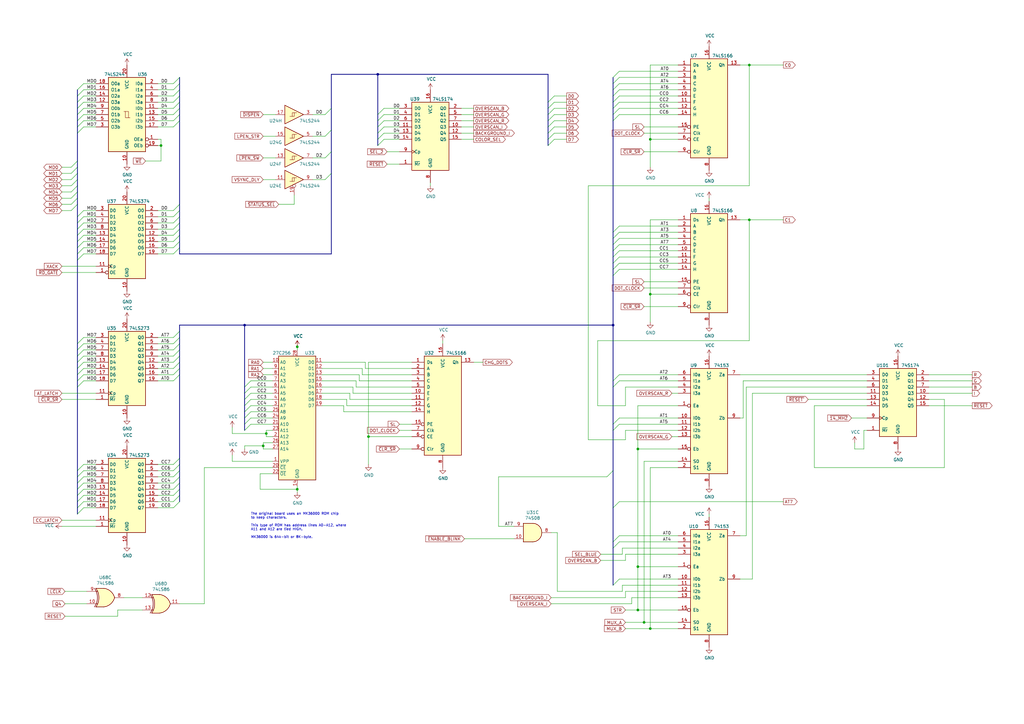
<source format=kicad_sch>
(kicad_sch (version 20230121) (generator eeschema)
  (paper "A3")
  (lib_symbols
    (symbol "74xx:74LS08" (pin_names (offset 1.016))
      (property "Reference" "U" (at 0 1.27 0))
      (property "Value" "74LS08" (at 0 -1.27 0))
      (symbol "74LS08_1_1"
        (pin input line (at -7.62 2.54 0) (length 3.81) (name "~") (number "1"))
        (pin input line (at -7.62 -2.54 0) (length 3.81) (name "~") (number "2"))
        (pin output line (at 7.62 0 180) (length 3.81) (name "~") (number "3"))
      )
      (symbol "74LS08_1_2"
        (pin input inverted (at -7.62 2.54 0) (length 4.318) (name "~") (number "1"))
        (pin input inverted (at -7.62 -2.54 0) (length 4.318) (name "~") (number "2"))
        (pin output inverted (at 7.62 0 180) (length 3.81) (name "~") (number "3"))
      )
      (symbol "74LS08_2_1"
        (pin input line (at -7.62 2.54 0) (length 3.81) (name "~") (number "4"))
        (pin input line (at -7.62 -2.54 0) (length 3.81) (name "~") (number "5"))
        (pin output line (at 7.62 0 180) (length 3.81) (name "~") (number "6"))
      )
      (symbol "74LS08_2_2"
        (pin input inverted (at -7.62 2.54 0) (length 4.318) (name "~") (number "4"))
        (pin input inverted (at -7.62 -2.54 0) (length 4.318) (name "~") (number "5"))
        (pin output inverted (at 7.62 0 180) (length 3.81) (name "~") (number "6"))
      )
      (symbol "74LS08_3_1"
        (pin input line (at -7.62 -2.54 0) (length 3.81) (name "~") (number "10"))
        (pin output line (at 7.62 0 180) (length 3.81) (name "~") (number "8"))
        (pin input line (at -7.62 2.54 0) (length 3.81) (name "~") (number "9"))
      )
      (symbol "74LS08_3_2"
        (pin input inverted (at -7.62 -2.54 0) (length 4.318) (name "~") (number "10"))
        (pin output inverted (at 7.62 0 180) (length 3.81) (name "~") (number "8"))
        (pin input inverted (at -7.62 2.54 0) (length 4.318) (name "~") (number "9"))
      )
      (symbol "74LS08_4_1"
        (pin output line (at 7.62 0 180) (length 3.81) (name "~") (number "11"))
        (pin input line (at -7.62 2.54 0) (length 3.81) (name "~") (number "12"))
        (pin input line (at -7.62 -2.54 0) (length 3.81) (name "~") (number "13"))
      )
      (symbol "74LS08_4_2"
        (pin output inverted (at 7.62 0 180) (length 3.81) (name "~") (number "11"))
        (pin input inverted (at -7.62 2.54 0) (length 4.318) (name "~") (number "12"))
        (pin input inverted (at -7.62 -2.54 0) (length 4.318) (name "~") (number "13"))
      )
      (symbol "74LS08_5_0"
        (pin power_in line (at 0 12.7 270) (length 5.08) (name "VCC") (number "14"))
        (pin power_in line (at 0 -12.7 90) (length 5.08) (name "GND") (number "7"))
      )
    )
    (symbol "74xx:74LS153" (pin_names (offset 1.016))
      (property "Reference" "U" (at -7.62 21.59 0))
      (property "Value" "74LS153" (at -7.62 -24.13 0))
      (symbol "74LS153_1_0"
        (pin input inverted (at -12.7 5.08 0) (length 5.08) (name "Ea") (number "1"))
        (pin input line (at -12.7 0 0) (length 5.08) (name "I0b") (number "10"))
        (pin input line (at -12.7 -2.54 0) (length 5.08) (name "I1b") (number "11"))
        (pin input line (at -12.7 -5.08 0) (length 5.08) (name "I2b") (number "12"))
        (pin input line (at -12.7 -7.62 0) (length 5.08) (name "I3b") (number "13"))
        (pin input line (at -12.7 -17.78 0) (length 5.08) (name "S0") (number "14"))
        (pin input inverted (at -12.7 -12.7 0) (length 5.08) (name "Eb") (number "15"))
        (pin power_in line (at 0 25.4 270) (length 5.08) (name "VCC") (number "16"))
        (pin input line (at -12.7 -20.32 0) (length 5.08) (name "S1") (number "2"))
        (pin input line (at -12.7 10.16 0) (length 5.08) (name "I3a") (number "3"))
        (pin input line (at -12.7 12.7 0) (length 5.08) (name "I2a") (number "4"))
        (pin input line (at -12.7 15.24 0) (length 5.08) (name "I1a") (number "5"))
        (pin input line (at -12.7 17.78 0) (length 5.08) (name "I0a") (number "6"))
        (pin output line (at 12.7 17.78 180) (length 5.08) (name "Za") (number "7"))
        (pin power_in line (at 0 -27.94 90) (length 5.08) (name "GND") (number "8"))
        (pin output line (at 12.7 0 180) (length 5.08) (name "Zb") (number "9"))
      )
    )
    (symbol "74xx:74LS166" (pin_names (offset 1.016))
      (property "Reference" "U" (at -7.62 21.59 0))
      (property "Value" "74LS166" (at -7.62 -21.59 0))
      (symbol "74LS166_1_0"
        (pin input line (at -12.7 17.78 0) (length 5.08) (name "Ds") (number "1"))
        (pin input line (at -12.7 5.08 0) (length 5.08) (name "E") (number "10"))
        (pin input line (at -12.7 2.54 0) (length 5.08) (name "F") (number "11"))
        (pin input line (at -12.7 0 0) (length 5.08) (name "G") (number "12"))
        (pin output line (at 12.7 17.78 180) (length 5.08) (name "Qh") (number "13"))
        (pin input line (at -12.7 -2.54 0) (length 5.08) (name "H") (number "14"))
        (pin input inverted (at -12.7 -7.62 0) (length 5.08) (name "PE") (number "15"))
        (pin power_in line (at 0 25.4 270) (length 5.08) (name "VCC") (number "16"))
        (pin input line (at -12.7 15.24 0) (length 5.08) (name "A") (number "2"))
        (pin input line (at -12.7 12.7 0) (length 5.08) (name "B") (number "3"))
        (pin input line (at -12.7 10.16 0) (length 5.08) (name "C") (number "4"))
        (pin input line (at -12.7 7.62 0) (length 5.08) (name "D") (number "5"))
        (pin input inverted (at -12.7 -12.7 0) (length 5.08) (name "CE") (number "6"))
        (pin input line (at -12.7 -10.16 0) (length 5.08) (name "Clk") (number "7"))
        (pin power_in line (at 0 -25.4 90) (length 5.08) (name "GND") (number "8"))
        (pin input inverted (at -12.7 -17.78 0) (length 5.08) (name "Clr") (number "9"))
      )
    )
    (symbol "74xx:74LS174" (pin_names (offset 1.016))
      (property "Reference" "U" (at -7.62 13.97 0))
      (property "Value" "74LS174" (at -7.62 -16.51 0))
      (symbol "74LS174_1_0"
        (pin input line (at -12.7 -12.7 0) (length 5.08) (name "~{Mr}") (number "1"))
        (pin output line (at 12.7 2.54 180) (length 5.08) (name "Q3") (number "10"))
        (pin input line (at -12.7 2.54 0) (length 5.08) (name "D3") (number "11"))
        (pin output line (at 12.7 0 180) (length 5.08) (name "Q4") (number "12"))
        (pin input line (at -12.7 0 0) (length 5.08) (name "D4") (number "13"))
        (pin input line (at -12.7 -2.54 0) (length 5.08) (name "D5") (number "14"))
        (pin output line (at 12.7 -2.54 180) (length 5.08) (name "Q5") (number "15"))
        (pin power_in line (at 0 17.78 270) (length 5.08) (name "VCC") (number "16"))
        (pin output line (at 12.7 10.16 180) (length 5.08) (name "Q0") (number "2"))
        (pin input line (at -12.7 10.16 0) (length 5.08) (name "D0") (number "3"))
        (pin input line (at -12.7 7.62 0) (length 5.08) (name "D1") (number "4"))
        (pin output line (at 12.7 7.62 180) (length 5.08) (name "Q1") (number "5"))
        (pin input line (at -12.7 5.08 0) (length 5.08) (name "D2") (number "6"))
        (pin output line (at 12.7 5.08 180) (length 5.08) (name "Q2") (number "7"))
        (pin power_in line (at 0 -20.32 90) (length 5.08) (name "GND") (number "8"))
        (pin input clock (at -12.7 -7.62 0) (length 5.08) (name "Cp") (number "9"))
      )
    )
    (symbol "74xx:74LS244" (pin_names (offset 1.016))
      (property "Reference" "U" (at -7.62 16.51 0))
      (property "Value" "74LS244" (at -7.62 -16.51 0))
      (symbol "74LS244_1_0"
        (pin input inverted (at -12.7 -10.16 0) (length 5.08) (name "OEa") (number "1"))
        (pin power_in line (at 0 -20.32 90) (length 5.08) (name "GND") (number "10"))
        (pin input line (at -12.7 2.54 0) (length 5.08) (name "I0b") (number "11"))
        (pin tri_state line (at 12.7 5.08 180) (length 5.08) (name "O3a") (number "12"))
        (pin input line (at -12.7 0 0) (length 5.08) (name "I1b") (number "13"))
        (pin tri_state line (at 12.7 7.62 180) (length 5.08) (name "O2a") (number "14"))
        (pin input line (at -12.7 -2.54 0) (length 5.08) (name "I2b") (number "15"))
        (pin tri_state line (at 12.7 10.16 180) (length 5.08) (name "O1a") (number "16"))
        (pin input line (at -12.7 -5.08 0) (length 5.08) (name "I3b") (number "17"))
        (pin tri_state line (at 12.7 12.7 180) (length 5.08) (name "O0a") (number "18"))
        (pin input inverted (at -12.7 -12.7 0) (length 5.08) (name "OEb") (number "19"))
        (pin input line (at -12.7 12.7 0) (length 5.08) (name "I0a") (number "2"))
        (pin power_in line (at 0 20.32 270) (length 5.08) (name "VCC") (number "20"))
        (pin tri_state line (at 12.7 -5.08 180) (length 5.08) (name "O3b") (number "3"))
        (pin input line (at -12.7 10.16 0) (length 5.08) (name "I1a") (number "4"))
        (pin tri_state line (at 12.7 -2.54 180) (length 5.08) (name "O2b") (number "5"))
        (pin input line (at -12.7 7.62 0) (length 5.08) (name "I2a") (number "6"))
        (pin tri_state line (at 12.7 0 180) (length 5.08) (name "O1b") (number "7"))
        (pin input line (at -12.7 5.08 0) (length 5.08) (name "I3a") (number "8"))
        (pin tri_state line (at 12.7 2.54 180) (length 5.08) (name "O0b") (number "9"))
      )
    )
    (symbol "74xx:74LS244_Split"
      (property "Reference" "U" (at 0 1.27 0))
      (property "Value" "74LS244_Split" (at 0 -1.27 0))
      (symbol "74LS244_Split_1_0"
        (pin input inverted (at 0 -6.35 90) (length 4.445) (name "~") (number "1"))
        (pin tri_state line (at 7.62 0 180) (length 3.81) (name "~") (number "18"))
        (pin input line (at -7.62 0 0) (length 3.81) (name "~") (number "2"))
      )
      (symbol "74LS244_Split_2_0"
        (pin tri_state line (at 7.62 0 180) (length 3.81) (name "~") (number "16"))
        (pin input line (at -7.62 0 0) (length 3.81) (name "~") (number "4"))
      )
      (symbol "74LS244_Split_3_0"
        (pin tri_state line (at 7.62 0 180) (length 3.81) (name "~") (number "14"))
        (pin input line (at -7.62 0 0) (length 3.81) (name "~") (number "6"))
      )
      (symbol "74LS244_Split_4_0"
        (pin tri_state line (at 7.62 0 180) (length 3.81) (name "~") (number "12"))
        (pin input line (at -7.62 0 0) (length 3.81) (name "~") (number "8"))
      )
      (symbol "74LS244_Split_5_0"
        (pin input line (at -7.62 0 0) (length 3.81) (name "~") (number "11"))
        (pin input inverted (at 0 -6.35 90) (length 4.445) (name "~") (number "19"))
        (pin tri_state line (at 7.62 0 180) (length 3.81) (name "~") (number "9"))
      )
      (symbol "74LS244_Split_6_0"
        (pin input line (at -7.62 0 0) (length 3.81) (name "~") (number "13"))
        (pin tri_state line (at 7.62 0 180) (length 3.81) (name "~") (number "7"))
      )
      (symbol "74LS244_Split_7_0"
        (pin input line (at -7.62 0 0) (length 3.81) (name "~") (number "15"))
        (pin tri_state line (at 7.62 0 180) (length 3.81) (name "~") (number "5"))
      )
      (symbol "74LS244_Split_8_0"
        (pin input line (at -7.62 0 0) (length 3.81) (name "~") (number "17"))
        (pin tri_state line (at 7.62 0 180) (length 3.81) (name "~") (number "3"))
      )
      (symbol "74LS244_Split_9_0"
        (pin power_in line (at 0 -12.7 90) (length 5.08) (name "GND") (number "10"))
        (pin power_in line (at 0 12.7 270) (length 5.08) (name "VCC") (number "20"))
      )
    )
    (symbol "74xx:74LS273"
      (property "Reference" "U" (at -7.62 16.51 0))
      (property "Value" "74LS273" (at -7.62 -16.51 0))
      (symbol "74LS273_1_0"
        (pin input line (at -12.7 -12.7 0) (length 5.08) (name "~{Mr}") (number "1"))
        (pin power_in line (at 0 -20.32 90) (length 5.08) (name "GND") (number "10"))
        (pin input clock (at -12.7 -10.16 0) (length 5.08) (name "Cp") (number "11"))
        (pin output line (at 12.7 2.54 180) (length 5.08) (name "Q4") (number "12"))
        (pin input line (at -12.7 2.54 0) (length 5.08) (name "D4") (number "13"))
        (pin input line (at -12.7 0 0) (length 5.08) (name "D5") (number "14"))
        (pin output line (at 12.7 0 180) (length 5.08) (name "Q5") (number "15"))
        (pin output line (at 12.7 -2.54 180) (length 5.08) (name "Q6") (number "16"))
        (pin input line (at -12.7 -2.54 0) (length 5.08) (name "D6") (number "17"))
        (pin input line (at -12.7 -5.08 0) (length 5.08) (name "D7") (number "18"))
        (pin output line (at 12.7 -5.08 180) (length 5.08) (name "Q7") (number "19"))
        (pin output line (at 12.7 12.7 180) (length 5.08) (name "Q0") (number "2"))
        (pin power_in line (at 0 20.32 270) (length 5.08) (name "VCC") (number "20"))
        (pin input line (at -12.7 12.7 0) (length 5.08) (name "D0") (number "3"))
        (pin input line (at -12.7 10.16 0) (length 5.08) (name "D1") (number "4"))
        (pin output line (at 12.7 10.16 180) (length 5.08) (name "Q1") (number "5"))
        (pin output line (at 12.7 7.62 180) (length 5.08) (name "Q2") (number "6"))
        (pin input line (at -12.7 7.62 0) (length 5.08) (name "D2") (number "7"))
        (pin input line (at -12.7 5.08 0) (length 5.08) (name "D3") (number "8"))
        (pin output line (at 12.7 5.08 180) (length 5.08) (name "Q3") (number "9"))
      )
    )
    (symbol "74xx:74LS374"
      (property "Reference" "U" (at -7.62 16.51 0))
      (property "Value" "74LS374" (at -7.62 -16.51 0))
      (symbol "74LS374_1_0"
        (pin input inverted (at -12.7 -12.7 0) (length 5.08) (name "OE") (number "1"))
        (pin power_in line (at 0 -20.32 90) (length 5.08) (name "GND") (number "10"))
        (pin input clock (at -12.7 -10.16 0) (length 5.08) (name "Cp") (number "11"))
        (pin tri_state line (at 12.7 2.54 180) (length 5.08) (name "O4") (number "12"))
        (pin input line (at -12.7 2.54 0) (length 5.08) (name "D4") (number "13"))
        (pin input line (at -12.7 0 0) (length 5.08) (name "D5") (number "14"))
        (pin tri_state line (at 12.7 0 180) (length 5.08) (name "O5") (number "15"))
        (pin tri_state line (at 12.7 -2.54 180) (length 5.08) (name "O6") (number "16"))
        (pin input line (at -12.7 -2.54 0) (length 5.08) (name "D6") (number "17"))
        (pin input line (at -12.7 -5.08 0) (length 5.08) (name "D7") (number "18"))
        (pin tri_state line (at 12.7 -5.08 180) (length 5.08) (name "O7") (number "19"))
        (pin tri_state line (at 12.7 12.7 180) (length 5.08) (name "O0") (number "2"))
        (pin power_in line (at 0 20.32 270) (length 5.08) (name "VCC") (number "20"))
        (pin input line (at -12.7 12.7 0) (length 5.08) (name "D0") (number "3"))
        (pin input line (at -12.7 10.16 0) (length 5.08) (name "D1") (number "4"))
        (pin tri_state line (at 12.7 10.16 180) (length 5.08) (name "O1") (number "5"))
        (pin tri_state line (at 12.7 7.62 180) (length 5.08) (name "O2") (number "6"))
        (pin input line (at -12.7 7.62 0) (length 5.08) (name "D2") (number "7"))
        (pin input line (at -12.7 5.08 0) (length 5.08) (name "D3") (number "8"))
        (pin tri_state line (at 12.7 5.08 180) (length 5.08) (name "O3") (number "9"))
      )
    )
    (symbol "74xx:74LS86" (pin_names (offset 1.016))
      (property "Reference" "U" (at 0 1.27 0))
      (property "Value" "74LS86" (at 0 -1.27 0))
      (symbol "74LS86_1_0"
        (pin input line (at -7.62 2.54 0) (length 4.445) (name "~") (number "1"))
        (pin input line (at -7.62 -2.54 0) (length 4.445) (name "~") (number "2"))
        (pin output line (at 7.62 0 180) (length 3.81) (name "~") (number "3"))
      )
      (symbol "74LS86_2_0"
        (pin input line (at -7.62 2.54 0) (length 4.445) (name "~") (number "4"))
        (pin input line (at -7.62 -2.54 0) (length 4.445) (name "~") (number "5"))
        (pin output line (at 7.62 0 180) (length 3.81) (name "~") (number "6"))
      )
      (symbol "74LS86_3_0"
        (pin input line (at -7.62 -2.54 0) (length 4.445) (name "~") (number "10"))
        (pin output line (at 7.62 0 180) (length 3.81) (name "~") (number "8"))
        (pin input line (at -7.62 2.54 0) (length 4.445) (name "~") (number "9"))
      )
      (symbol "74LS86_4_0"
        (pin output line (at 7.62 0 180) (length 3.81) (name "~") (number "11"))
        (pin input line (at -7.62 2.54 0) (length 4.445) (name "~") (number "12"))
        (pin input line (at -7.62 -2.54 0) (length 4.445) (name "~") (number "13"))
      )
      (symbol "74LS86_5_0"
        (pin power_in line (at 0 12.7 270) (length 5.08) (name "VCC") (number "14"))
        (pin power_in line (at 0 -12.7 90) (length 5.08) (name "GND") (number "7"))
      )
    )
    (symbol "Memory_EPROM:27C256"
      (property "Reference" "U" (at -7.62 26.67 0))
      (property "Value" "27C256" (at 2.54 -26.67 0))
      (symbol "27C256_1_1"
        (pin input line (at -10.16 -17.78 0) (length 2.54) (name "VPP") (number "1"))
        (pin input line (at -10.16 22.86 0) (length 2.54) (name "A0") (number "10"))
        (pin tri_state line (at 10.16 22.86 180) (length 2.54) (name "D0") (number "11"))
        (pin tri_state line (at 10.16 20.32 180) (length 2.54) (name "D1") (number "12"))
        (pin tri_state line (at 10.16 17.78 180) (length 2.54) (name "D2") (number "13"))
        (pin power_in line (at 0 -27.94 90) (length 2.54) (name "GND") (number "14"))
        (pin tri_state line (at 10.16 15.24 180) (length 2.54) (name "D3") (number "15"))
        (pin tri_state line (at 10.16 12.7 180) (length 2.54) (name "D4") (number "16"))
        (pin tri_state line (at 10.16 10.16 180) (length 2.54) (name "D5") (number "17"))
        (pin tri_state line (at 10.16 7.62 180) (length 2.54) (name "D6") (number "18"))
        (pin tri_state line (at 10.16 5.08 180) (length 2.54) (name "D7") (number "19"))
        (pin input line (at -10.16 -7.62 0) (length 2.54) (name "A12") (number "2"))
        (pin input line (at -10.16 -20.32 0) (length 2.54) (name "~{CE}") (number "20"))
        (pin input line (at -10.16 -2.54 0) (length 2.54) (name "A10") (number "21"))
        (pin input line (at -10.16 -22.86 0) (length 2.54) (name "~{OE}") (number "22"))
        (pin input line (at -10.16 -5.08 0) (length 2.54) (name "A11") (number "23"))
        (pin input line (at -10.16 0 0) (length 2.54) (name "A9") (number "24"))
        (pin input line (at -10.16 2.54 0) (length 2.54) (name "A8") (number "25"))
        (pin input line (at -10.16 -10.16 0) (length 2.54) (name "A13") (number "26"))
        (pin input line (at -10.16 -12.7 0) (length 2.54) (name "A14") (number "27"))
        (pin power_in line (at 0 27.94 270) (length 2.54) (name "VCC") (number "28"))
        (pin input line (at -10.16 5.08 0) (length 2.54) (name "A7") (number "3"))
        (pin input line (at -10.16 7.62 0) (length 2.54) (name "A6") (number "4"))
        (pin input line (at -10.16 10.16 0) (length 2.54) (name "A5") (number "5"))
        (pin input line (at -10.16 12.7 0) (length 2.54) (name "A4") (number "6"))
        (pin input line (at -10.16 15.24 0) (length 2.54) (name "A3") (number "7"))
        (pin input line (at -10.16 17.78 0) (length 2.54) (name "A2") (number "8"))
        (pin input line (at -10.16 20.32 0) (length 2.54) (name "A1") (number "9"))
      )
    )
    (symbol "power:GND" (power) (pin_names (offset 0))
      (property "Value" "GND" (at 0 -3.81 0))
      (symbol "GND_1_1"
        (pin power_in line (at 0 0 270) (length 0) hide (name "GND") (number "1"))
      )
    )
    (symbol "power:VCC" (power) (pin_names (offset 0))
      (property "Value" "VCC" (at 0 3.81 0))
      (symbol "VCC_1_1"
        (pin power_in line (at 0 0 90) (length 0) hide (name "VCC") (number "1"))
      )
    )
  )
  (junction (at 66.04 59.69))
  (junction (at 261.62 250.19))
  (junction (at 307.34 90.17))
  (junction (at 121.92 200.66))
  (junction (at 109.22 177.8))
  (junction (at 264.16 255.27))
  (junction (at 100.33 133.35))
  (junction (at 307.34 26.67))
  (junction (at 107.95 182.88))
  (junction (at 154.94 30.48))
  (junction (at 261.62 232.41))
  (junction (at 266.7 257.81))
  (junction (at 151.13 179.07))
  (junction (at 121.92 142.24))
  (junction (at 266.7 57.15))
  (junction (at 261.62 184.15))
  (junction (at 251.46 133.35))
  (junction (at 266.7 120.65))
  (bus_entry (at 71.12 195.58) (size 2.54 -2.54))
  (bus_entry (at 251.46 224.79) (size 2.54 -2.54))
  (bus_entry (at 71.12 34.29) (size 2.54 -2.54))
  (bus_entry (at 31.75 54.61) (size 2.54 -2.54))
  (bus_entry (at 224.79 59.69) (size 2.54 -2.54))
  (bus_entry (at 224.79 49.53) (size 2.54 -2.54))
  (bus_entry (at 100.33 171.45) (size 2.54 -2.54))
  (bus_entry (at 71.12 153.67) (size 2.54 -2.54))
  (bus_entry (at 251.46 97.79) (size 2.54 -2.54))
  (bus_entry (at 29.21 78.74) (size 2.54 -2.54))
  (bus_entry (at 71.12 101.6) (size 2.54 -2.54))
  (bus_entry (at 100.33 173.99) (size 2.54 -2.54))
  (bus_entry (at 251.46 113.03) (size 2.54 -2.54))
  (bus_entry (at 31.75 91.44) (size 2.54 -2.54))
  (bus_entry (at 31.75 158.75) (size 2.54 -2.54))
  (bus_entry (at 71.12 93.98) (size 2.54 -2.54))
  (bus_entry (at 154.94 49.53) (size 2.54 -2.54))
  (bus_entry (at 71.12 151.13) (size 2.54 -2.54))
  (bus_entry (at 224.79 46.99) (size 2.54 -2.54))
  (bus_entry (at 29.21 71.12) (size 2.54 -2.54))
  (bus_entry (at 224.79 54.61) (size 2.54 -2.54))
  (bus_entry (at 133.35 64.77) (size 2.54 -2.54))
  (bus_entry (at 29.21 73.66) (size 2.54 -2.54))
  (bus_entry (at 71.12 41.91) (size 2.54 -2.54))
  (bus_entry (at 31.75 41.91) (size 2.54 -2.54))
  (bus_entry (at 31.75 205.74) (size 2.54 -2.54))
  (bus_entry (at 71.12 140.97) (size 2.54 -2.54))
  (bus_entry (at 31.75 151.13) (size 2.54 -2.54))
  (bus_entry (at 31.75 153.67) (size 2.54 -2.54))
  (bus_entry (at 154.94 46.99) (size 2.54 -2.54))
  (bus_entry (at 31.75 146.05) (size 2.54 -2.54))
  (bus_entry (at 224.79 41.91) (size 2.54 -2.54))
  (bus_entry (at 31.75 210.82) (size 2.54 -2.54))
  (bus_entry (at 29.21 76.2) (size 2.54 -2.54))
  (bus_entry (at 71.12 156.21) (size 2.54 -2.54))
  (bus_entry (at 100.33 176.53) (size 2.54 -2.54))
  (bus_entry (at 154.94 57.15) (size 2.54 -2.54))
  (bus_entry (at 251.46 39.37) (size 2.54 -2.54))
  (bus_entry (at 71.12 96.52) (size 2.54 -2.54))
  (bus_entry (at 31.75 200.66) (size 2.54 -2.54))
  (bus_entry (at 251.46 31.75) (size 2.54 -2.54))
  (bus_entry (at 251.46 36.83) (size 2.54 -2.54))
  (bus_entry (at 251.46 107.95) (size 2.54 -2.54))
  (bus_entry (at 154.94 59.69) (size 2.54 -2.54))
  (bus_entry (at 31.75 99.06) (size 2.54 -2.54))
  (bus_entry (at 31.75 44.45) (size 2.54 -2.54))
  (bus_entry (at 154.94 54.61) (size 2.54 -2.54))
  (bus_entry (at 29.21 68.58) (size 2.54 -2.54))
  (bus_entry (at 251.46 49.53) (size 2.54 -2.54))
  (bus_entry (at 224.79 57.15) (size 2.54 -2.54))
  (bus_entry (at 29.21 81.28) (size 2.54 -2.54))
  (bus_entry (at 71.12 52.07) (size 2.54 -2.54))
  (bus_entry (at 71.12 104.14) (size 2.54 -2.54))
  (bus_entry (at 31.75 104.14) (size 2.54 -2.54))
  (bus_entry (at 31.75 148.59) (size 2.54 -2.54))
  (bus_entry (at 71.12 148.59) (size 2.54 -2.54))
  (bus_entry (at 31.75 52.07) (size 2.54 -2.54))
  (bus_entry (at 71.12 193.04) (size 2.54 -2.54))
  (bus_entry (at 251.46 158.75) (size 2.54 -2.54))
  (bus_entry (at 251.46 100.33) (size 2.54 -2.54))
  (bus_entry (at 251.46 173.99) (size 2.54 -2.54))
  (bus_entry (at 251.46 41.91) (size 2.54 -2.54))
  (bus_entry (at 251.46 208.28) (size 2.54 -2.54))
  (bus_entry (at 224.79 52.07) (size 2.54 -2.54))
  (bus_entry (at 154.94 52.07) (size 2.54 -2.54))
  (bus_entry (at 133.35 73.66) (size 2.54 -2.54))
  (bus_entry (at 31.75 208.28) (size 2.54 -2.54))
  (bus_entry (at 71.12 49.53) (size 2.54 -2.54))
  (bus_entry (at 100.33 168.91) (size 2.54 -2.54))
  (bus_entry (at 100.33 161.29) (size 2.54 -2.54))
  (bus_entry (at 29.21 83.82) (size 2.54 -2.54))
  (bus_entry (at 100.33 163.83) (size 2.54 -2.54))
  (bus_entry (at 31.75 39.37) (size 2.54 -2.54))
  (bus_entry (at 29.21 86.36) (size 2.54 -2.54))
  (bus_entry (at 133.35 55.88) (size 2.54 -2.54))
  (bus_entry (at 251.46 34.29) (size 2.54 -2.54))
  (bus_entry (at 224.79 44.45) (size 2.54 -2.54))
  (bus_entry (at 251.46 105.41) (size 2.54 -2.54))
  (bus_entry (at 251.46 156.21) (size 2.54 -2.54))
  (bus_entry (at 248.92 195.58) (size 2.54 -2.54))
  (bus_entry (at 71.12 46.99) (size 2.54 -2.54))
  (bus_entry (at 251.46 240.03) (size 2.54 -2.54))
  (bus_entry (at 71.12 138.43) (size 2.54 -2.54))
  (bus_entry (at 71.12 200.66) (size 2.54 -2.54))
  (bus_entry (at 31.75 193.04) (size 2.54 -2.54))
  (bus_entry (at 31.75 46.99) (size 2.54 -2.54))
  (bus_entry (at 71.12 203.2) (size 2.54 -2.54))
  (bus_entry (at 251.46 222.25) (size 2.54 -2.54))
  (bus_entry (at 133.35 46.99) (size 2.54 -2.54))
  (bus_entry (at 251.46 176.53) (size 2.54 -2.54))
  (bus_entry (at 31.75 101.6) (size 2.54 -2.54))
  (bus_entry (at 71.12 36.83) (size 2.54 -2.54))
  (bus_entry (at 31.75 143.51) (size 2.54 -2.54))
  (bus_entry (at 100.33 166.37) (size 2.54 -2.54))
  (bus_entry (at 71.12 86.36) (size 2.54 -2.54))
  (bus_entry (at 71.12 99.06) (size 2.54 -2.54))
  (bus_entry (at 100.33 158.75) (size 2.54 -2.54))
  (bus_entry (at 71.12 146.05) (size 2.54 -2.54))
  (bus_entry (at 71.12 205.74) (size 2.54 -2.54))
  (bus_entry (at 71.12 143.51) (size 2.54 -2.54))
  (bus_entry (at 71.12 88.9) (size 2.54 -2.54))
  (bus_entry (at 31.75 203.2) (size 2.54 -2.54))
  (bus_entry (at 251.46 102.87) (size 2.54 -2.54))
  (bus_entry (at 31.75 93.98) (size 2.54 -2.54))
  (bus_entry (at 31.75 106.68) (size 2.54 -2.54))
  (bus_entry (at 251.46 110.49) (size 2.54 -2.54))
  (bus_entry (at 31.75 88.9) (size 2.54 -2.54))
  (bus_entry (at 71.12 208.28) (size 2.54 -2.54))
  (bus_entry (at 31.75 36.83) (size 2.54 -2.54))
  (bus_entry (at 71.12 91.44) (size 2.54 -2.54))
  (bus_entry (at 71.12 198.12) (size 2.54 -2.54))
  (bus_entry (at 31.75 156.21) (size 2.54 -2.54))
  (bus_entry (at 251.46 44.45) (size 2.54 -2.54))
  (bus_entry (at 31.75 195.58) (size 2.54 -2.54))
  (bus_entry (at 31.75 96.52) (size 2.54 -2.54))
  (bus_entry (at 251.46 46.99) (size 2.54 -2.54))
  (bus_entry (at 71.12 39.37) (size 2.54 -2.54))
  (bus_entry (at 31.75 49.53) (size 2.54 -2.54))
  (bus_entry (at 71.12 44.45) (size 2.54 -2.54))
  (bus_entry (at 71.12 190.5) (size 2.54 -2.54))
  (bus_entry (at 31.75 198.12) (size 2.54 -2.54))
  (bus_entry (at 251.46 95.25) (size 2.54 -2.54))
  (bus_entry (at 31.75 140.97) (size 2.54 -2.54))
  (wire (pts (xy 151.13 179.07) (xy 168.91 179.07)))
  (wire (pts (xy 132.08 151.13) (xy 148.59 151.13)))
  (bus (pts (xy 73.66 96.52) (xy 73.66 99.06)))
  (wire (pts (xy 39.37 193.04) (xy 34.29 193.04)))
  (wire (pts (xy 39.37 41.91) (xy 34.29 41.91)))
  (wire (pts (xy 204.47 215.9) (xy 204.47 195.58)))
  (wire (pts (xy 278.13 189.23) (xy 264.16 189.23)))
  (wire (pts (xy 278.13 46.99) (xy 254 46.99)))
  (wire (pts (xy 64.77 156.21) (xy 71.12 156.21)))
  (wire (pts (xy 83.82 191.77) (xy 111.76 191.77)))
  (wire (pts (xy 64.77 41.91) (xy 71.12 41.91)))
  (bus (pts (xy 224.79 52.07) (xy 224.79 54.61)))
  (wire (pts (xy 64.77 44.45) (xy 71.12 44.45)))
  (wire (pts (xy 278.13 176.53) (xy 256.54 176.53)))
  (wire (pts (xy 227.33 39.37) (xy 232.41 39.37)))
  (bus (pts (xy 251.46 97.79) (xy 251.46 100.33)))
  (bus (pts (xy 73.66 91.44) (xy 73.66 93.98)))
  (bus (pts (xy 251.46 31.75) (xy 251.46 34.29)))
  (wire (pts (xy 64.77 148.59) (xy 71.12 148.59)))
  (wire (pts (xy 163.83 62.23) (xy 158.75 62.23)))
  (wire (pts (xy 189.23 52.07) (xy 194.31 52.07)))
  (wire (pts (xy 39.37 143.51) (xy 34.29 143.51)))
  (wire (pts (xy 64.77 91.44) (xy 71.12 91.44)))
  (bus (pts (xy 31.75 158.75) (xy 31.75 193.04)))
  (wire (pts (xy 106.68 194.31) (xy 106.68 200.66)))
  (wire (pts (xy 128.27 73.66) (xy 133.35 73.66)))
  (wire (pts (xy 48.26 252.73) (xy 26.67 252.73)))
  (wire (pts (xy 111.76 168.91) (xy 102.87 168.91)))
  (wire (pts (xy 278.13 227.33) (xy 256.54 227.33)))
  (wire (pts (xy 64.77 200.66) (xy 71.12 200.66)))
  (wire (pts (xy 168.91 151.13) (xy 149.86 151.13)))
  (wire (pts (xy 261.62 250.19) (xy 261.62 232.41)))
  (bus (pts (xy 251.46 156.21) (xy 251.46 158.75)))
  (wire (pts (xy 132.08 153.67) (xy 147.32 153.67)))
  (bus (pts (xy 251.46 113.03) (xy 251.46 133.35)))
  (wire (pts (xy 306.07 219.71) (xy 303.53 219.71)))
  (bus (pts (xy 135.89 30.48) (xy 135.89 44.45)))
  (wire (pts (xy 25.4 83.82) (xy 29.21 83.82)))
  (wire (pts (xy 58.42 250.19) (xy 48.26 250.19)))
  (wire (pts (xy 307.34 26.67) (xy 307.34 76.2)))
  (wire (pts (xy 111.76 161.29) (xy 102.87 161.29)))
  (bus (pts (xy 73.66 135.89) (xy 73.66 138.43)))
  (wire (pts (xy 39.37 44.45) (xy 34.29 44.45)))
  (wire (pts (xy 355.6 171.45) (xy 349.25 171.45)))
  (bus (pts (xy 73.66 146.05) (xy 73.66 148.59)))
  (wire (pts (xy 304.8 156.21) (xy 355.6 156.21)))
  (wire (pts (xy 163.83 67.31) (xy 158.75 67.31)))
  (wire (pts (xy 256.54 245.11) (xy 226.06 245.11)))
  (wire (pts (xy 64.77 151.13) (xy 71.12 151.13)))
  (bus (pts (xy 31.75 71.12) (xy 31.75 73.66)))
  (wire (pts (xy 381 158.75) (xy 398.78 158.75)))
  (wire (pts (xy 39.37 104.14) (xy 34.29 104.14)))
  (bus (pts (xy 31.75 66.04) (xy 31.75 68.58)))
  (wire (pts (xy 66.04 59.69) (xy 64.77 59.69)))
  (bus (pts (xy 73.66 133.35) (xy 73.66 135.89)))
  (bus (pts (xy 31.75 49.53) (xy 31.75 52.07)))
  (bus (pts (xy 251.46 102.87) (xy 251.46 105.41)))
  (bus (pts (xy 31.75 93.98) (xy 31.75 96.52)))
  (wire (pts (xy 39.37 99.06) (xy 34.29 99.06)))
  (wire (pts (xy 132.08 158.75) (xy 144.78 158.75)))
  (bus (pts (xy 73.66 140.97) (xy 73.66 143.51)))
  (bus (pts (xy 100.33 158.75) (xy 100.33 161.29)))
  (bus (pts (xy 135.89 44.45) (xy 135.89 53.34)))
  (wire (pts (xy 387.35 163.83) (xy 387.35 191.77)))
  (wire (pts (xy 64.77 143.51) (xy 71.12 143.51)))
  (wire (pts (xy 111.76 194.31) (xy 106.68 194.31)))
  (wire (pts (xy 278.13 31.75) (xy 254 31.75)))
  (bus (pts (xy 154.94 54.61) (xy 154.94 57.15)))
  (bus (pts (xy 251.46 36.83) (xy 251.46 39.37)))
  (wire (pts (xy 111.76 189.23) (xy 95.25 189.23)))
  (wire (pts (xy 163.83 57.15) (xy 157.48 57.15)))
  (bus (pts (xy 251.46 176.53) (xy 251.46 193.04)))
  (bus (pts (xy 251.46 222.25) (xy 251.46 224.79)))
  (wire (pts (xy 39.37 146.05) (xy 34.29 146.05)))
  (bus (pts (xy 135.89 53.34) (xy 135.89 62.23)))
  (bus (pts (xy 135.89 104.14) (xy 73.66 104.14)))
  (bus (pts (xy 31.75 205.74) (xy 31.75 208.28)))
  (wire (pts (xy 39.37 195.58) (xy 34.29 195.58)))
  (wire (pts (xy 227.33 46.99) (xy 232.41 46.99)))
  (wire (pts (xy 321.31 205.74) (xy 254 205.74)))
  (bus (pts (xy 31.75 143.51) (xy 31.75 146.05)))
  (wire (pts (xy 355.6 161.29) (xy 308.61 161.29)))
  (wire (pts (xy 278.13 242.57) (xy 256.54 242.57)))
  (wire (pts (xy 381 166.37) (xy 398.78 166.37)))
  (bus (pts (xy 100.33 133.35) (xy 100.33 158.75)))
  (wire (pts (xy 149.86 151.13) (xy 149.86 148.59)))
  (bus (pts (xy 251.46 95.25) (xy 251.46 97.79)))
  (wire (pts (xy 264.16 189.23) (xy 264.16 255.27)))
  (bus (pts (xy 251.46 107.95) (xy 251.46 110.49)))
  (bus (pts (xy 73.66 138.43) (xy 73.66 140.97)))
  (wire (pts (xy 355.6 176.53) (xy 354.33 176.53)))
  (wire (pts (xy 278.13 219.71) (xy 254 219.71)))
  (wire (pts (xy 39.37 36.83) (xy 34.29 36.83)))
  (bus (pts (xy 73.66 31.75) (xy 73.66 34.29)))
  (wire (pts (xy 39.37 111.76) (xy 25.4 111.76)))
  (wire (pts (xy 64.77 57.15) (xy 66.04 57.15)))
  (bus (pts (xy 73.66 203.2) (xy 73.66 205.74)))
  (bus (pts (xy 73.66 41.91) (xy 73.66 44.45)))
  (bus (pts (xy 31.75 36.83) (xy 31.75 39.37)))
  (bus (pts (xy 31.75 193.04) (xy 31.75 195.58)))
  (wire (pts (xy 381 153.67) (xy 398.78 153.67)))
  (bus (pts (xy 31.75 151.13) (xy 31.75 153.67)))
  (wire (pts (xy 266.7 257.81) (xy 278.13 257.81)))
  (wire (pts (xy 35.56 247.65) (xy 26.67 247.65)))
  (wire (pts (xy 278.13 222.25) (xy 254 222.25)))
  (bus (pts (xy 154.94 30.48) (xy 154.94 46.99)))
  (wire (pts (xy 64.77 49.53) (xy 71.12 49.53)))
  (wire (pts (xy 140.97 168.91) (xy 168.91 168.91)))
  (wire (pts (xy 39.37 46.99) (xy 34.29 46.99)))
  (bus (pts (xy 251.46 173.99) (xy 251.46 176.53)))
  (bus (pts (xy 73.66 198.12) (xy 73.66 200.66)))
  (wire (pts (xy 111.76 153.67) (xy 107.95 153.67)))
  (wire (pts (xy 95.25 177.8) (xy 95.25 175.26)))
  (wire (pts (xy 306.07 158.75) (xy 306.07 219.71)))
  (wire (pts (xy 227.33 49.53) (xy 232.41 49.53)))
  (wire (pts (xy 64.77 99.06) (xy 71.12 99.06)))
  (wire (pts (xy 64.77 203.2) (xy 71.12 203.2)))
  (wire (pts (xy 307.34 76.2) (xy 241.3 76.2)))
  (wire (pts (xy 64.77 190.5) (xy 71.12 190.5)))
  (bus (pts (xy 135.89 71.12) (xy 135.89 104.14)))
  (wire (pts (xy 266.7 257.81) (xy 256.54 257.81)))
  (wire (pts (xy 278.13 92.71) (xy 254 92.71)))
  (wire (pts (xy 39.37 203.2) (xy 34.29 203.2)))
  (bus (pts (xy 251.46 224.79) (xy 251.46 240.03)))
  (wire (pts (xy 64.77 205.74) (xy 71.12 205.74)))
  (bus (pts (xy 73.66 99.06) (xy 73.66 101.6)))
  (wire (pts (xy 256.54 250.19) (xy 261.62 250.19)))
  (wire (pts (xy 381 156.21) (xy 398.78 156.21)))
  (wire (pts (xy 64.77 88.9) (xy 71.12 88.9)))
  (wire (pts (xy 39.37 198.12) (xy 34.29 198.12)))
  (wire (pts (xy 107.95 181.61) (xy 107.95 182.88)))
  (wire (pts (xy 264.16 255.27) (xy 278.13 255.27)))
  (wire (pts (xy 278.13 41.91) (xy 254 41.91)))
  (wire (pts (xy 128.27 46.99) (xy 133.35 46.99)))
  (wire (pts (xy 307.34 139.7) (xy 245.11 139.7)))
  (bus (pts (xy 73.66 193.04) (xy 73.66 195.58)))
  (wire (pts (xy 261.62 166.37) (xy 261.62 184.15)))
  (bus (pts (xy 251.46 105.41) (xy 251.46 107.95)))
  (bus (pts (xy 100.33 133.35) (xy 251.46 133.35)))
  (wire (pts (xy 107.95 182.88) (xy 100.33 182.88)))
  (wire (pts (xy 264.16 115.57) (xy 278.13 115.57)))
  (wire (pts (xy 278.13 250.19) (xy 261.62 250.19)))
  (bus (pts (xy 31.75 73.66) (xy 31.75 76.2)))
  (bus (pts (xy 31.75 140.97) (xy 31.75 143.51)))
  (wire (pts (xy 303.53 153.67) (xy 355.6 153.67)))
  (wire (pts (xy 64.77 96.52) (xy 71.12 96.52)))
  (wire (pts (xy 256.54 176.53) (xy 256.54 180.34)))
  (wire (pts (xy 259.08 245.11) (xy 259.08 247.65)))
  (wire (pts (xy 106.68 200.66) (xy 121.92 200.66)))
  (wire (pts (xy 151.13 179.07) (xy 151.13 190.5)))
  (wire (pts (xy 120.65 83.82) (xy 120.65 80.01)))
  (wire (pts (xy 64.77 208.28) (xy 71.12 208.28)))
  (wire (pts (xy 146.05 156.21) (xy 146.05 158.75)))
  (bus (pts (xy 31.75 68.58) (xy 31.75 71.12)))
  (wire (pts (xy 304.8 171.45) (xy 303.53 171.45)))
  (wire (pts (xy 39.37 93.98) (xy 34.29 93.98)))
  (bus (pts (xy 31.75 208.28) (xy 31.75 210.82)))
  (bus (pts (xy 31.75 78.74) (xy 31.75 81.28)))
  (bus (pts (xy 31.75 76.2) (xy 31.75 78.74)))
  (wire (pts (xy 264.16 54.61) (xy 278.13 54.61)))
  (wire (pts (xy 39.37 86.36) (xy 34.29 86.36)))
  (bus (pts (xy 73.66 83.82) (xy 73.66 86.36)))
  (wire (pts (xy 39.37 138.43) (xy 34.29 138.43)))
  (bus (pts (xy 251.46 158.75) (xy 251.46 173.99)))
  (wire (pts (xy 39.37 151.13) (xy 34.29 151.13)))
  (bus (pts (xy 31.75 148.59) (xy 31.75 151.13)))
  (wire (pts (xy 228.6 218.44) (xy 228.6 242.57)))
  (wire (pts (xy 25.4 86.36) (xy 29.21 86.36)))
  (wire (pts (xy 204.47 195.58) (xy 248.92 195.58)))
  (wire (pts (xy 210.82 220.98) (xy 190.5 220.98)))
  (bus (pts (xy 251.46 49.53) (xy 251.46 95.25)))
  (bus (pts (xy 100.33 168.91) (xy 100.33 171.45)))
  (wire (pts (xy 111.76 148.59) (xy 107.95 148.59)))
  (wire (pts (xy 163.83 52.07) (xy 157.48 52.07)))
  (wire (pts (xy 147.32 153.67) (xy 147.32 156.21)))
  (bus (pts (xy 73.66 39.37) (xy 73.66 41.91)))
  (bus (pts (xy 31.75 156.21) (xy 31.75 158.75)))
  (wire (pts (xy 39.37 49.53) (xy 34.29 49.53)))
  (wire (pts (xy 39.37 52.07) (xy 34.29 52.07)))
  (wire (pts (xy 132.08 148.59) (xy 149.86 148.59)))
  (bus (pts (xy 100.33 163.83) (xy 100.33 166.37)))
  (bus (pts (xy 31.75 83.82) (xy 31.75 88.9)))
  (wire (pts (xy 113.03 55.88) (xy 107.95 55.88)))
  (wire (pts (xy 25.4 73.66) (xy 29.21 73.66)))
  (wire (pts (xy 275.59 179.07) (xy 278.13 179.07)))
  (wire (pts (xy 256.54 158.75) (xy 256.54 166.37)))
  (wire (pts (xy 50.8 245.11) (xy 58.42 245.11)))
  (wire (pts (xy 163.83 54.61) (xy 157.48 54.61)))
  (wire (pts (xy 64.77 195.58) (xy 71.12 195.58)))
  (bus (pts (xy 73.66 148.59) (xy 73.66 151.13)))
  (wire (pts (xy 25.4 71.12) (xy 29.21 71.12)))
  (bus (pts (xy 251.46 193.04) (xy 251.46 208.28)))
  (wire (pts (xy 275.59 161.29) (xy 278.13 161.29)))
  (bus (pts (xy 31.75 81.28) (xy 31.75 83.82)))
  (wire (pts (xy 128.27 64.77) (xy 133.35 64.77)))
  (bus (pts (xy 251.46 133.35) (xy 251.46 156.21)))
  (bus (pts (xy 31.75 104.14) (xy 31.75 106.68)))
  (bus (pts (xy 31.75 106.68) (xy 31.75 140.97)))
  (bus (pts (xy 31.75 195.58) (xy 31.75 198.12)))
  (bus (pts (xy 73.66 143.51) (xy 73.66 146.05)))
  (wire (pts (xy 307.34 90.17) (xy 307.34 139.7)))
  (wire (pts (xy 121.92 143.51) (xy 121.92 142.24)))
  (wire (pts (xy 266.7 57.15) (xy 266.7 68.58)))
  (wire (pts (xy 189.23 57.15) (xy 194.31 57.15)))
  (wire (pts (xy 107.95 184.15) (xy 111.76 184.15)))
  (wire (pts (xy 143.51 161.29) (xy 143.51 163.83)))
  (wire (pts (xy 278.13 36.83) (xy 254 36.83)))
  (wire (pts (xy 278.13 166.37) (xy 261.62 166.37)))
  (wire (pts (xy 121.92 200.66) (xy 121.92 199.39)))
  (wire (pts (xy 148.59 153.67) (xy 168.91 153.67)))
  (wire (pts (xy 266.7 191.77) (xy 266.7 257.81)))
  (wire (pts (xy 278.13 44.45) (xy 254 44.45)))
  (bus (pts (xy 251.46 208.28) (xy 251.46 222.25)))
  (wire (pts (xy 111.76 163.83) (xy 102.87 163.83)))
  (wire (pts (xy 64.77 193.04) (xy 71.12 193.04)))
  (wire (pts (xy 254 237.49) (xy 278.13 237.49)))
  (wire (pts (xy 109.22 177.8) (xy 95.25 177.8)))
  (bus (pts (xy 100.33 166.37) (xy 100.33 168.91)))
  (wire (pts (xy 39.37 109.22) (xy 25.4 109.22)))
  (wire (pts (xy 278.13 90.17) (xy 266.7 90.17)))
  (wire (pts (xy 189.23 49.53) (xy 194.31 49.53)))
  (wire (pts (xy 25.4 68.58) (xy 29.21 68.58)))
  (wire (pts (xy 111.76 181.61) (xy 107.95 181.61)))
  (wire (pts (xy 256.54 166.37) (xy 245.11 166.37)))
  (wire (pts (xy 278.13 156.21) (xy 254 156.21)))
  (bus (pts (xy 224.79 30.48) (xy 224.79 41.91)))
  (wire (pts (xy 163.83 46.99) (xy 157.48 46.99)))
  (bus (pts (xy 251.46 100.33) (xy 251.46 102.87)))
  (wire (pts (xy 111.76 156.21) (xy 102.87 156.21)))
  (wire (pts (xy 64.77 101.6) (xy 71.12 101.6)))
  (wire (pts (xy 210.82 215.9) (xy 204.47 215.9)))
  (wire (pts (xy 278.13 102.87) (xy 254 102.87)))
  (wire (pts (xy 109.22 176.53) (xy 111.76 176.53)))
  (bus (pts (xy 73.66 36.83) (xy 73.66 39.37)))
  (bus (pts (xy 73.66 44.45) (xy 73.66 46.99)))
  (wire (pts (xy 255.27 240.03) (xy 278.13 240.03)))
  (wire (pts (xy 113.03 64.77) (xy 107.95 64.77)))
  (bus (pts (xy 224.79 41.91) (xy 224.79 44.45)))
  (bus (pts (xy 135.89 62.23) (xy 135.89 71.12)))
  (wire (pts (xy 144.78 158.75) (xy 144.78 161.29)))
  (wire (pts (xy 114.3 83.82) (xy 120.65 83.82)))
  (wire (pts (xy 39.37 39.37) (xy 34.29 39.37)))
  (wire (pts (xy 143.51 163.83) (xy 168.91 163.83)))
  (wire (pts (xy 64.77 140.97) (xy 71.12 140.97)))
  (wire (pts (xy 113.03 46.99) (xy 107.95 46.99)))
  (wire (pts (xy 194.31 148.59) (xy 198.12 148.59)))
  (wire (pts (xy 111.76 158.75) (xy 102.87 158.75)))
  (wire (pts (xy 66.04 59.69) (xy 66.04 66.04)))
  (wire (pts (xy 278.13 57.15) (xy 266.7 57.15)))
  (wire (pts (xy 256.54 229.87) (xy 246.38 229.87)))
  (wire (pts (xy 39.37 34.29) (xy 34.29 34.29)))
  (wire (pts (xy 163.83 49.53) (xy 157.48 49.53)))
  (wire (pts (xy 48.26 250.19) (xy 48.26 252.73)))
  (wire (pts (xy 306.07 158.75) (xy 355.6 158.75)))
  (bus (pts (xy 154.94 30.48) (xy 224.79 30.48)))
  (wire (pts (xy 350.52 184.15) (xy 350.52 181.61)))
  (wire (pts (xy 111.76 171.45) (xy 102.87 171.45)))
  (bus (pts (xy 251.46 46.99) (xy 251.46 49.53)))
  (wire (pts (xy 278.13 120.65) (xy 266.7 120.65)))
  (wire (pts (xy 39.37 163.83) (xy 25.4 163.83)))
  (bus (pts (xy 31.75 46.99) (xy 31.75 49.53)))
  (wire (pts (xy 107.95 182.88) (xy 107.95 184.15)))
  (wire (pts (xy 25.4 76.2) (xy 29.21 76.2)))
  (wire (pts (xy 189.23 46.99) (xy 194.31 46.99)))
  (wire (pts (xy 334.01 191.77) (xy 334.01 166.37)))
  (wire (pts (xy 227.33 41.91) (xy 232.41 41.91)))
  (wire (pts (xy 264.16 125.73) (xy 278.13 125.73)))
  (wire (pts (xy 146.05 158.75) (xy 168.91 158.75)))
  (wire (pts (xy 39.37 161.29) (xy 25.4 161.29)))
  (wire (pts (xy 303.53 26.67) (xy 307.34 26.67)))
  (wire (pts (xy 39.37 200.66) (xy 34.29 200.66)))
  (bus (pts (xy 73.66 34.29) (xy 73.66 36.83)))
  (wire (pts (xy 308.61 161.29) (xy 308.61 237.49)))
  (bus (pts (xy 31.75 101.6) (xy 31.75 104.14)))
  (wire (pts (xy 168.91 184.15) (xy 163.83 184.15)))
  (wire (pts (xy 35.56 242.57) (xy 26.67 242.57)))
  (wire (pts (xy 39.37 140.97) (xy 34.29 140.97)))
  (wire (pts (xy 264.16 118.11) (xy 278.13 118.11)))
  (bus (pts (xy 73.66 187.96) (xy 73.66 190.5)))
  (bus (pts (xy 154.94 46.99) (xy 154.94 49.53)))
  (bus (pts (xy 31.75 99.06) (xy 31.75 101.6)))
  (wire (pts (xy 163.83 173.99) (xy 168.91 173.99)))
  (wire (pts (xy 64.77 138.43) (xy 71.12 138.43)))
  (bus (pts (xy 73.66 49.53) (xy 73.66 83.82)))
  (wire (pts (xy 39.37 213.36) (xy 25.4 213.36)))
  (wire (pts (xy 111.76 151.13) (xy 107.95 151.13)))
  (wire (pts (xy 64.77 198.12) (xy 71.12 198.12)))
  (wire (pts (xy 132.08 156.21) (xy 146.05 156.21)))
  (wire (pts (xy 256.54 227.33) (xy 256.54 229.87)))
  (wire (pts (xy 132.08 163.83) (xy 142.24 163.83)))
  (bus (pts (xy 224.79 46.99) (xy 224.79 49.53)))
  (wire (pts (xy 278.13 95.25) (xy 254 95.25)))
  (wire (pts (xy 83.82 247.65) (xy 83.82 191.77)))
  (wire (pts (xy 121.92 201.93) (xy 121.92 200.66)))
  (wire (pts (xy 266.7 120.65) (xy 266.7 132.08)))
  (wire (pts (xy 241.3 76.2) (xy 241.3 180.34)))
  (wire (pts (xy 147.32 156.21) (xy 168.91 156.21)))
  (bus (pts (xy 73.66 101.6) (xy 73.66 104.14)))
  (bus (pts (xy 73.66 153.67) (xy 73.66 187.96)))
  (wire (pts (xy 39.37 101.6) (xy 34.29 101.6)))
  (wire (pts (xy 59.69 66.04) (xy 66.04 66.04)))
  (wire (pts (xy 181.61 140.97) (xy 181.61 139.7)))
  (bus (pts (xy 73.66 200.66) (xy 73.66 203.2)))
  (wire (pts (xy 39.37 156.21) (xy 34.29 156.21)))
  (wire (pts (xy 64.77 93.98) (xy 71.12 93.98)))
  (bus (pts (xy 31.75 200.66) (xy 31.75 203.2)))
  (wire (pts (xy 264.16 62.23) (xy 278.13 62.23)))
  (wire (pts (xy 307.34 90.17) (xy 321.31 90.17)))
  (bus (pts (xy 31.75 153.67) (xy 31.75 156.21)))
  (wire (pts (xy 334.01 166.37) (xy 355.6 166.37)))
  (wire (pts (xy 278.13 158.75) (xy 256.54 158.75)))
  (wire (pts (xy 256.54 242.57) (xy 256.54 245.11)))
  (wire (pts (xy 132.08 166.37) (xy 140.97 166.37)))
  (bus (pts (xy 73.66 133.35) (xy 100.33 133.35)))
  (wire (pts (xy 278.13 105.41) (xy 254 105.41)))
  (wire (pts (xy 95.25 189.23) (xy 95.25 186.69)))
  (bus (pts (xy 100.33 173.99) (xy 100.33 176.53)))
  (bus (pts (xy 31.75 54.61) (xy 31.75 66.04)))
  (wire (pts (xy 278.13 153.67) (xy 254 153.67)))
  (wire (pts (xy 303.53 90.17) (xy 307.34 90.17)))
  (wire (pts (xy 189.23 54.61) (xy 194.31 54.61)))
  (wire (pts (xy 39.37 148.59) (xy 34.29 148.59)))
  (wire (pts (xy 227.33 52.07) (xy 232.41 52.07)))
  (wire (pts (xy 64.77 46.99) (xy 71.12 46.99)))
  (wire (pts (xy 151.13 148.59) (xy 151.13 179.07)))
  (wire (pts (xy 111.76 179.07) (xy 109.22 179.07)))
  (wire (pts (xy 39.37 153.67) (xy 34.29 153.67)))
  (wire (pts (xy 144.78 161.29) (xy 168.91 161.29)))
  (wire (pts (xy 83.82 247.65) (xy 73.66 247.65)))
  (wire (pts (xy 64.77 104.14) (xy 71.12 104.14)))
  (bus (pts (xy 31.75 203.2) (xy 31.75 205.74)))
  (wire (pts (xy 261.62 184.15) (xy 261.62 232.41)))
  (wire (pts (xy 148.59 151.13) (xy 148.59 153.67)))
  (wire (pts (xy 278.13 171.45) (xy 254 171.45)))
  (wire (pts (xy 39.37 91.44) (xy 34.29 91.44)))
  (bus (pts (xy 224.79 44.45) (xy 224.79 46.99)))
  (wire (pts (xy 381 161.29) (xy 398.78 161.29)))
  (wire (pts (xy 25.4 81.28) (xy 29.21 81.28)))
  (wire (pts (xy 227.33 57.15) (xy 232.41 57.15)))
  (wire (pts (xy 278.13 100.33) (xy 254 100.33)))
  (wire (pts (xy 39.37 215.9) (xy 25.4 215.9)))
  (wire (pts (xy 142.24 163.83) (xy 142.24 166.37)))
  (wire (pts (xy 132.08 161.29) (xy 143.51 161.29)))
  (wire (pts (xy 113.03 73.66) (xy 107.95 73.66)))
  (bus (pts (xy 31.75 91.44) (xy 31.75 93.98)))
  (wire (pts (xy 226.06 218.44) (xy 228.6 218.44)))
  (bus (pts (xy 31.75 41.91) (xy 31.75 44.45)))
  (wire (pts (xy 278.13 26.67) (xy 266.7 26.67)))
  (wire (pts (xy 278.13 107.95) (xy 254 107.95)))
  (bus (pts (xy 73.66 195.58) (xy 73.66 198.12)))
  (wire (pts (xy 39.37 190.5) (xy 34.29 190.5)))
  (wire (pts (xy 354.33 184.15) (xy 350.52 184.15)))
  (wire (pts (xy 128.27 55.88) (xy 133.35 55.88)))
  (wire (pts (xy 278.13 97.79) (xy 254 97.79)))
  (wire (pts (xy 278.13 245.11) (xy 259.08 245.11)))
  (bus (pts (xy 154.94 57.15) (xy 154.94 59.69)))
  (wire (pts (xy 25.4 78.74) (xy 29.21 78.74)))
  (wire (pts (xy 259.08 247.65) (xy 226.06 247.65)))
  (wire (pts (xy 189.23 44.45) (xy 194.31 44.45)))
  (wire (pts (xy 381 163.83) (xy 387.35 163.83)))
  (bus (pts (xy 251.46 41.91) (xy 251.46 44.45)))
  (wire (pts (xy 64.77 86.36) (xy 71.12 86.36)))
  (wire (pts (xy 151.13 148.59) (xy 168.91 148.59)))
  (bus (pts (xy 31.75 88.9) (xy 31.75 91.44)))
  (bus (pts (xy 135.89 30.48) (xy 154.94 30.48)))
  (bus (pts (xy 73.66 46.99) (xy 73.66 49.53)))
  (wire (pts (xy 39.37 205.74) (xy 34.29 205.74)))
  (wire (pts (xy 266.7 26.67) (xy 266.7 57.15)))
  (wire (pts (xy 142.24 166.37) (xy 168.91 166.37)))
  (wire (pts (xy 387.35 191.77) (xy 334.01 191.77)))
  (bus (pts (xy 73.66 151.13) (xy 73.66 153.67)))
  (bus (pts (xy 100.33 161.29) (xy 100.33 163.83)))
  (wire (pts (xy 278.13 224.79) (xy 255.27 224.79)))
  (bus (pts (xy 224.79 54.61) (xy 224.79 57.15)))
  (wire (pts (xy 264.16 52.07) (xy 278.13 52.07)))
  (wire (pts (xy 64.77 39.37) (xy 71.12 39.37)))
  (bus (pts (xy 31.75 52.07) (xy 31.75 54.61)))
  (bus (pts (xy 31.75 39.37) (xy 31.75 41.91)))
  (wire (pts (xy 64.77 52.07) (xy 71.12 52.07)))
  (wire (pts (xy 163.83 176.53) (xy 168.91 176.53)))
  (wire (pts (xy 290.83 82.55) (xy 290.83 81.28)))
  (wire (pts (xy 304.8 156.21) (xy 304.8 171.45)))
  (wire (pts (xy 100.33 182.88) (xy 100.33 184.15)))
  (bus (pts (xy 251.46 39.37) (xy 251.46 41.91)))
  (wire (pts (xy 266.7 90.17) (xy 266.7 120.65)))
  (bus (pts (xy 224.79 57.15) (xy 224.79 59.69)))
  (wire (pts (xy 278.13 39.37) (xy 254 39.37)))
  (wire (pts (xy 64.77 34.29) (xy 71.12 34.29)))
  (wire (pts (xy 227.33 44.45) (xy 232.41 44.45)))
  (wire (pts (xy 228.6 242.57) (xy 255.27 242.57)))
  (wire (pts (xy 355.6 163.83) (xy 331.47 163.83)))
  (wire (pts (xy 256.54 255.27) (xy 264.16 255.27)))
  (wire (pts (xy 354.33 176.53) (xy 354.33 184.15)))
  (wire (pts (xy 64.77 153.67) (xy 71.12 153.67)))
  (bus (pts (xy 31.75 146.05) (xy 31.75 148.59)))
  (wire (pts (xy 111.76 166.37) (xy 102.87 166.37)))
  (bus (pts (xy 154.94 52.07) (xy 154.94 54.61)))
  (wire (pts (xy 64.77 36.83) (xy 71.12 36.83)))
  (wire (pts (xy 163.83 44.45) (xy 157.48 44.45)))
  (wire (pts (xy 64.77 146.05) (xy 71.12 146.05)))
  (wire (pts (xy 278.13 110.49) (xy 254 110.49)))
  (bus (pts (xy 73.66 93.98) (xy 73.66 96.52)))
  (bus (pts (xy 251.46 110.49) (xy 251.46 113.03)))
  (wire (pts (xy 278.13 173.99) (xy 254 173.99)))
  (bus (pts (xy 73.66 88.9) (xy 73.66 91.44)))
  (wire (pts (xy 256.54 180.34) (xy 241.3 180.34)))
  (bus (pts (xy 31.75 44.45) (xy 31.75 46.99)))
  (wire (pts (xy 255.27 227.33) (xy 246.38 227.33)))
  (bus (pts (xy 251.46 34.29) (xy 251.46 36.83)))
  (wire (pts (xy 307.34 26.67) (xy 321.31 26.67)))
  (wire (pts (xy 245.11 166.37) (xy 245.11 139.7)))
  (wire (pts (xy 39.37 88.9) (xy 34.29 88.9)))
  (bus (pts (xy 251.46 44.45) (xy 251.46 46.99)))
  (wire (pts (xy 227.33 54.61) (xy 232.41 54.61)))
  (wire (pts (xy 109.22 179.07) (xy 109.22 177.8)))
  (wire (pts (xy 176.53 76.2) (xy 176.53 74.93)))
  (wire (pts (xy 255.27 224.79) (xy 255.27 227.33)))
  (wire (pts (xy 111.76 173.99) (xy 102.87 173.99)))
  (wire (pts (xy 255.27 242.57) (xy 255.27 240.03)))
  (bus (pts (xy 31.75 198.12) (xy 31.75 200.66)))
  (wire (pts (xy 290.83 210.82) (xy 290.83 212.09)))
  (wire (pts (xy 278.13 34.29) (xy 254 34.29)))
  (wire (pts (xy 39.37 96.52) (xy 34.29 96.52)))
  (wire (pts (xy 39.37 208.28) (xy 34.29 208.28)))
  (wire (pts (xy 66.04 57.15) (xy 66.04 59.69)))
  (wire (pts (xy 308.61 237.49) (xy 303.53 237.49)))
  (wire (pts (xy 261.62 232.41) (xy 278.13 232.41)))
  (bus (pts (xy 31.75 96.52) (xy 31.75 99.06)))
  (wire (pts (xy 278.13 29.21) (xy 254 29.21)))
  (bus (pts (xy 154.94 49.53) (xy 154.94 52.07)))
  (wire (pts (xy 140.97 166.37) (xy 140.97 168.91)))
  (bus (pts (xy 73.66 86.36) (xy 73.66 88.9)))
  (bus (pts (xy 100.33 171.45) (xy 100.33 173.99)))
  (bus (pts (xy 73.66 190.5) (xy 73.66 193.04)))
  (wire (pts (xy 261.62 184.15) (xy 278.13 184.15)))
  (bus (pts (xy 224.79 49.53) (xy 224.79 52.07)))
  (wire (pts (xy 109.22 177.8) (xy 109.22 176.53)))
  (wire (pts (xy 278.13 191.77) (xy 266.7 191.77)))
  (text "The original board uses an MK36000 ROM chip\nto keep characters.\n\nThis type of ROM has address lines A0-A12, where\nA11 and A12 are tied HIGH.\n\nMK36000 is 64k-bit or 8K-byte." (at 102.87 220.98 0) (effects (font (size 0.9906 0.9906)) (justify left bottom)))
  (label "CC6" (at 105.41 171.45 0))
  (label "CC4" (at 66.04 198.12 0))
  (label "AT0" (at 66.04 156.21 0))
  (label "AT6" (at 274.32 36.83 180))
  (label "D5" (at 66.04 46.99 0))
  (label "CC2" (at 105.41 161.29 0))
  (label "D1" (at 161.29 46.99 0))
  (label "D5" (at 161.29 57.15 0))
  (label "MD2" (at 35.56 39.37 0))
  (label "AT4" (at 274.32 34.29 180))
  (label "AT0" (at 274.32 29.21 180))
  (label "D1" (at 129.54 55.88 0))
  (label "MD4" (at 35.56 44.45 0))
  (label "MD3" (at 35.56 148.59 0))
  (label "D0" (at 129.54 46.99 0))
  (label "AT1" (at 66.04 153.67 0))
  (label "AT4" (at 271.78 222.25 0))
  (label "D4" (at 161.29 54.61 0))
  (label "CC7" (at 274.32 110.49 180))
  (label "MD5" (at 35.56 195.58 0))
  (label "D0" (at 66.04 34.29 0))
  (label "CC5" (at 66.04 195.58 0))
  (label "CC5" (at 105.41 168.91 0))
  (label "CC7" (at 66.04 190.5 0))
  (label "D1" (at 66.04 36.83 0))
  (label "AT5" (at 66.04 143.51 0))
  (label "MD2" (at 35.56 203.2 0))
  (label "MD7" (at 35.56 190.5 0))
  (label "AT6" (at 270.51 156.21 0))
  (label "MD3" (at 35.56 93.98 0))
  (label "MD1" (at 35.56 205.74 0))
  (label "MD6" (at 35.56 140.97 0))
  (label "CC6" (at 274.32 46.99 180))
  (label "MD0" (at 35.56 208.28 0))
  (label "MD0" (at 35.56 86.36 0))
  (label "MD3" (at 35.56 41.91 0))
  (label "AT2" (at 66.04 151.13 0))
  (label "MD1" (at 35.56 88.9 0))
  (label "D2" (at 66.04 91.44 0))
  (label "MD4" (at 35.56 198.12 0))
  (label "CC3" (at 274.32 105.41 180))
  (label "MD7" (at 35.56 138.43 0))
  (label "CC5" (at 274.32 107.95 180))
  (label "D3" (at 129.54 73.66 0))
  (label "MD5" (at 35.56 99.06 0))
  (label "CC2" (at 274.32 41.91 180))
  (label "MD7" (at 35.56 104.14 0))
  (label "D4" (at 66.04 44.45 0))
  (label "AT5" (at 270.51 173.99 0))
  (label "D6" (at 66.04 101.6 0))
  (label "AT3" (at 271.78 237.49 0))
  (label "D3" (at 66.04 93.98 0))
  (label "D0" (at 161.29 44.45 0))
  (label "MD6" (at 35.56 49.53 0))
  (label "MD6" (at 35.56 193.04 0))
  (label "AT2" (at 274.32 31.75 180))
  (label "AT1" (at 270.51 171.45 0))
  (label "CC1" (at 274.32 102.87 180))
  (label "CC3" (at 66.04 200.66 0))
  (label "D2" (at 161.29 49.53 0))
  (label "D5" (at 66.04 99.06 0))
  (label "AT0" (at 271.78 219.71 0))
  (label "CC0" (at 105.41 156.21 0))
  (label "D2" (at 129.54 64.77 0))
  (label "MD2" (at 35.56 91.44 0))
  (label "MD1" (at 35.56 36.83 0))
  (label "AT3" (at 274.32 95.25 180))
  (label "CC1" (at 66.04 205.74 0))
  (label "CC0" (at 66.04 208.28 0))
  (label "CC1" (at 105.41 158.75 0))
  (label "CC7" (at 105.41 173.99 0))
  (label "MD4" (at 35.56 96.52 0))
  (label "CC4" (at 274.32 44.45 180))
  (label "MD5" (at 35.56 46.99 0))
  (label "CC4" (at 105.41 166.37 0))
  (label "MD4" (at 35.56 146.05 0))
  (label "CC0" (at 274.32 39.37 180))
  (label "D4" (at 66.04 96.52 0))
  (label "D7" (at 66.04 52.07 0))
  (label "CC6" (at 66.04 193.04 0))
  (label "AT6" (at 66.04 140.97 0))
  (label "MD6" (at 35.56 101.6 0))
  (label "D2" (at 66.04 39.37 0))
  (label "AT2" (at 270.51 153.67 0))
  (label "D6" (at 66.04 49.53 0))
  (label "AT5" (at 274.32 97.79 180))
  (label "AT7" (at 207.01 215.9 0))
  (label "D0" (at 66.04 86.36 0))
  (label "AT1" (at 274.32 92.71 180))
  (label "CC3" (at 105.41 163.83 0))
  (label "AT3" (at 66.04 148.59 0))
  (label "AT7" (at 274.32 100.33 180))
  (label "MD7" (at 35.56 52.07 0))
  (label "MD5" (at 35.56 143.51 0))
  (label "D3" (at 66.04 41.91 0))
  (label "MD0" (at 35.56 156.21 0))
  (label "D3" (at 161.29 52.07 0))
  (label "MD3" (at 35.56 200.66 0))
  (label "D7" (at 66.04 104.14 0))
  (label "MD2" (at 35.56 151.13 0))
  (label "CC2" (at 66.04 203.2 0))
  (label "MD1" (at 35.56 153.67 0))
  (label "AT4" (at 66.04 146.05 0))
  (label "D1" (at 66.04 88.9 0))
  (label "MD0" (at 35.56 34.29 0))
  (label "AT7" (at 66.04 138.43 0))
  (global_label "VSYNC_DLY" (shape input) (at 107.95 73.66 180) (property "Intersheetrefs" "${INTERSHEET_REFS}" (effects hide)))
  (global_label "D4" (shape output) (at 232.41 49.53 0) (property "Intersheetrefs" "${INTERSHEET_REFS}" (effects hide)))
  (global_label "D5" (shape output) (at 232.41 52.07 0) (property "Intersheetrefs" "${INTERSHEET_REFS}" (effects hide)))
  (global_label "~{CLR_SR}" (shape input) (at 264.16 62.23 180) (property "Intersheetrefs" "${INTERSHEET_REFS}" (effects hide)))
  (global_label "RA0" (shape input) (at 107.95 148.59 180) (property "Intersheetrefs" "${INTERSHEET_REFS}" (effects hide)))
  (global_label "SL" (shape input) (at 163.83 173.99 180) (property "Intersheetrefs" "${INTERSHEET_REFS}" (effects hide)))
  (global_label "OVERSCAN_I" (shape output) (at 194.31 52.07 0) (property "Intersheetrefs" "${INTERSHEET_REFS}" (effects hide)))
  (global_label "AT_LATCH" (shape input) (at 25.4 161.29 180) (property "Intersheetrefs" "${INTERSHEET_REFS}" (effects hide)))
  (global_label "MD0" (shape bidirectional) (at 25.4 68.58 180) (property "Intersheetrefs" "${INTERSHEET_REFS}" (effects hide)))
  (global_label "DOT_CLOCK" (shape input) (at 264.16 118.11 180) (property "Intersheetrefs" "${INTERSHEET_REFS}" (effects hide)))
  (global_label "MD6" (shape bidirectional) (at 25.4 83.82 180) (property "Intersheetrefs" "${INTERSHEET_REFS}" (effects hide)))
  (global_label "DOT_CLOCK" (shape input) (at 264.16 54.61 180) (property "Intersheetrefs" "${INTERSHEET_REFS}" (effects hide)))
  (global_label "G" (shape output) (at 398.78 156.21 0) (property "Intersheetrefs" "${INTERSHEET_REFS}" (effects hide)))
  (global_label "~{DISPEN}" (shape input) (at 107.95 46.99 180) (property "Intersheetrefs" "${INTERSHEET_REFS}" (effects hide)))
  (global_label "MUX_A" (shape input) (at 256.54 255.27 180) (property "Intersheetrefs" "${INTERSHEET_REFS}" (effects hide)))
  (global_label "OVERSCAN_G" (shape output) (at 194.31 46.99 0) (property "Intersheetrefs" "${INTERSHEET_REFS}" (effects hide)))
  (global_label "XACK" (shape input) (at 25.4 109.22 180) (property "Intersheetrefs" "${INTERSHEET_REFS}" (effects hide)))
  (global_label "SL" (shape input) (at 264.16 52.07 180) (property "Intersheetrefs" "${INTERSHEET_REFS}" (effects hide)))
  (global_label "OVERSCAN_B" (shape output) (at 194.31 44.45 0) (property "Intersheetrefs" "${INTERSHEET_REFS}" (effects hide)))
  (global_label "~{SEL_2}" (shape input) (at 158.75 62.23 180) (property "Intersheetrefs" "${INTERSHEET_REFS}" (effects hide)))
  (global_label "OVERSCAN_R" (shape input) (at 275.59 161.29 180) (property "Intersheetrefs" "${INTERSHEET_REFS}" (effects hide)))
  (global_label "~{STATUS_SEL}" (shape input) (at 114.3 83.82 180) (property "Intersheetrefs" "${INTERSHEET_REFS}" (effects hide)))
  (global_label "D1" (shape output) (at 232.41 41.91 0) (property "Intersheetrefs" "${INTERSHEET_REFS}" (effects hide)))
  (global_label "OVERSCAN_I" (shape input) (at 226.06 247.65 180) (property "Intersheetrefs" "${INTERSHEET_REFS}" (effects hide)))
  (global_label "C0" (shape output) (at 321.31 26.67 0) (property "Intersheetrefs" "${INTERSHEET_REFS}" (effects hide)))
  (global_label "~{CLR_SR}" (shape input) (at 25.4 163.83 180) (property "Intersheetrefs" "${INTERSHEET_REFS}" (effects hide)))
  (global_label "RA1" (shape input) (at 107.95 151.13 180) (property "Intersheetrefs" "${INTERSHEET_REFS}" (effects hide)))
  (global_label "D2" (shape output) (at 232.41 44.45 0) (property "Intersheetrefs" "${INTERSHEET_REFS}" (effects hide)))
  (global_label "D3" (shape output) (at 232.41 46.99 0) (property "Intersheetrefs" "${INTERSHEET_REFS}" (effects hide)))
  (global_label "RESET" (shape input) (at 26.67 252.73 180) (property "Intersheetrefs" "${INTERSHEET_REFS}" (effects hide)))
  (global_label "~{RESET}" (shape input) (at 158.75 67.31 180) (property "Intersheetrefs" "${INTERSHEET_REFS}" (effects hide)))
  (global_label "MD7" (shape bidirectional) (at 25.4 86.36 180) (property "Intersheetrefs" "${INTERSHEET_REFS}" (effects hide)))
  (global_label "CC_LATCH" (shape input) (at 25.4 213.36 180) (property "Intersheetrefs" "${INTERSHEET_REFS}" (effects hide)))
  (global_label "D7" (shape output) (at 232.41 57.15 0) (property "Intersheetrefs" "${INTERSHEET_REFS}" (effects hide)))
  (global_label "MD5" (shape bidirectional) (at 25.4 81.28 180) (property "Intersheetrefs" "${INTERSHEET_REFS}" (effects hide)))
  (global_label "OVERSCAN_G" (shape input) (at 275.59 179.07 180) (property "Intersheetrefs" "${INTERSHEET_REFS}" (effects hide)))
  (global_label "SL" (shape input) (at 264.16 115.57 180) (property "Intersheetrefs" "${INTERSHEET_REFS}" (effects hide)))
  (global_label "AT7" (shape output) (at 321.31 205.74 0) (property "Intersheetrefs" "${INTERSHEET_REFS}" (effects hide)))
  (global_label "R" (shape output) (at 398.78 153.67 0) (property "Intersheetrefs" "${INTERSHEET_REFS}" (effects hide)))
  (global_label "BACKGROUND_I" (shape input) (at 226.06 245.11 180) (property "Intersheetrefs" "${INTERSHEET_REFS}" (effects hide)))
  (global_label "MD4" (shape bidirectional) (at 25.4 78.74 180) (property "Intersheetrefs" "${INTERSHEET_REFS}" (effects hide)))
  (global_label "MD3" (shape bidirectional) (at 25.4 76.2 180) (property "Intersheetrefs" "${INTERSHEET_REFS}" (effects hide)))
  (global_label "~{RESET'}" (shape input) (at 331.47 163.83 180) (property "Intersheetrefs" "${INTERSHEET_REFS}" (effects hide)))
  (global_label "STR" (shape input) (at 256.54 250.19 180) (property "Intersheetrefs" "${INTERSHEET_REFS}" (effects hide)))
  (global_label "OVERSCAN_B" (shape input) (at 246.38 229.87 180) (property "Intersheetrefs" "${INTERSHEET_REFS}" (effects hide)))
  (global_label "D6" (shape output) (at 232.41 54.61 0) (property "Intersheetrefs" "${INTERSHEET_REFS}" (effects hide)))
  (global_label "MD1" (shape bidirectional) (at 25.4 71.12 180) (property "Intersheetrefs" "${INTERSHEET_REFS}" (effects hide)))
  (global_label "~{LCLK}" (shape input) (at 26.67 242.57 180) (property "Intersheetrefs" "${INTERSHEET_REFS}" (effects hide)))
  (global_label "~{ENABLE_BLINK}" (shape input) (at 190.5 220.98 180) (property "Intersheetrefs" "${INTERSHEET_REFS}" (effects hide)))
  (global_label "MUX_B" (shape input) (at 256.54 257.81 180) (property "Intersheetrefs" "${INTERSHEET_REFS}" (effects hide)))
  (global_label "CHG_DOTS" (shape output) (at 198.12 148.59 0) (property "Intersheetrefs" "${INTERSHEET_REFS}" (effects hide)))
  (global_label "RA2" (shape input) (at 107.95 153.67 180) (property "Intersheetrefs" "${INTERSHEET_REFS}" (effects hide)))
  (global_label "~{RESET}" (shape output) (at 398.78 166.37 0) (property "Intersheetrefs" "${INTERSHEET_REFS}" (effects hide)))
  (global_label "SEL_BLUE" (shape input) (at 246.38 227.33 180) (property "Intersheetrefs" "${INTERSHEET_REFS}" (effects hide)))
  (global_label "~{CLR_SR}" (shape input) (at 163.83 184.15 180) (property "Intersheetrefs" "${INTERSHEET_REFS}" (effects hide)))
  (global_label "~{WE}" (shape input) (at 59.69 66.04 180) (property "Intersheetrefs" "${INTERSHEET_REFS}" (effects hide)))
  (global_label "~{CLR_SR}" (shape input) (at 264.16 125.73 180) (property "Intersheetrefs" "${INTERSHEET_REFS}" (effects hide)))
  (global_label "BACKGROUND_I" (shape output) (at 194.31 54.61 0) (property "Intersheetrefs" "${INTERSHEET_REFS}" (effects hide)))
  (global_label "C1" (shape output) (at 321.31 90.17 0) (property "Intersheetrefs" "${INTERSHEET_REFS}" (effects hide)))
  (global_label "~{RD_GATE}" (shape input) (at 25.4 111.76 180) (property "Intersheetrefs" "${INTERSHEET_REFS}" (effects hide)))
  (global_label "COLOR_SEL" (shape output) (at 194.31 57.15 0) (property "Intersheetrefs" "${INTERSHEET_REFS}" (effects hide)))
  (global_label "~{14_MHZ}" (shape input) (at 349.25 171.45 180) (property "Intersheetrefs" "${INTERSHEET_REFS}" (effects hide)))
  (global_label "B" (shape output) (at 398.78 158.75 0) (property "Intersheetrefs" "${INTERSHEET_REFS}" (effects hide)))
  (global_label "D0" (shape output) (at 232.41 39.37 0) (property "Intersheetrefs" "${INTERSHEET_REFS}" (effects hide)))
  (global_label "OVERSCAN_R" (shape output) (at 194.31 49.53 0) (property "Intersheetrefs" "${INTERSHEET_REFS}" (effects hide)))
  (global_label "DOT_CLOCK" (shape input) (at 163.83 176.53 180) (property "Intersheetrefs" "${INTERSHEET_REFS}" (effects hide)))
  (global_label "MD2" (shape bidirectional) (at 25.4 73.66 180) (property "Intersheetrefs" "${INTERSHEET_REFS}" (effects hide)))
  (global_label "~{LPEN_SW}" (shape input) (at 107.95 64.77 180) (property "Intersheetrefs" "${INTERSHEET_REFS}" (effects hide)))
  (global_label "LPEN_STR" (shape input) (at 107.95 55.88 180) (property "Intersheetrefs" "${INTERSHEET_REFS}" (effects hide)))
  (global_label "Q4" (shape input) (at 26.67 247.65 180) (property "Intersheetrefs" "${INTERSHEET_REFS}" (effects hide)))
  (global_label "I" (shape output) (at 398.78 161.29 0) (property "Intersheetrefs" "${INTERSHEET_REFS}" (effects hide)))
  (symbol (lib_id "74xx:74LS244_Split") (at 120.65 73.66 0) (unit 5)
    (property "Reference" "U24" (at 113.03 76.2 0))
    (property "Value" "74LS244" (at 127 76.2 0))
    (property "Footprint" "Package_DIP:DIP-20_W7.62mm" (effects hide))
    (property "Datasheet" "http://www.ti.com/lit/ds/symlink/sn74ls241.pdf" (effects hide))
  )
  (symbol (lib_id "Memory_EPROM:27C256") (at 121.92 171.45 0) (unit 1)
    (property "Reference" "U33" (at 127 144.78 0))
    (property "Value" "27C256" (at 115.57 144.78 0))
    (property "Footprint" "Package_DIP:DIP-28_W15.24mm" (effects hide))
    (property "Datasheet" "http://ww1.microchip.com/downloads/en/DeviceDoc/doc0014.pdf" (effects hide))
  )
  (symbol (lib_id "74xx:74LS244_Split") (at 120.65 64.77 0) (unit 6)
    (property "Reference" "U24" (at 113.03 67.31 0))
    (property "Value" "74LS244" (at 127 67.31 0))
    (property "Footprint" "Package_DIP:DIP-20_W7.62mm" (effects hide))
    (property "Datasheet" "http://www.ti.com/lit/ds/symlink/sn74ls241.pdf" (effects hide))
  )
  (symbol (lib_id "74xx:74LS244_Split") (at 120.65 55.88 0) (unit 7)
    (property "Reference" "U24" (at 113.03 58.42 0))
    (property "Value" "74LS244" (at 127 58.42 0))
    (property "Footprint" "Package_DIP:DIP-20_W7.62mm" (effects hide))
    (property "Datasheet" "http://www.ti.com/lit/ds/symlink/sn74ls241.pdf" (effects hide))
  )
  (symbol (lib_id "74xx:74LS244_Split") (at 120.65 46.99 0) (unit 8)
    (property "Reference" "U24" (at 113.03 49.53 0))
    (property "Value" "74LS244" (at 127 49.53 0))
    (property "Footprint" "Package_DIP:DIP-20_W7.62mm" (effects hide))
    (property "Datasheet" "http://www.ti.com/lit/ds/symlink/sn74ls241.pdf" (effects hide))
  )
  (symbol (lib_id "power:GND") (at 100.33 184.15 0) (unit 1)
    (property "Reference" "#PWR0135" (effects hide))
    (property "Value" "GND" (at 104.14 185.42 0))
  )
  (symbol (lib_id "74xx:74LS244") (at 52.07 46.99 0) (mirror y) (unit 1)
    (property "Reference" "U36" (at 58.42 30.48 0))
    (property "Value" "74LS244" (at 46.99 30.48 0))
    (property "Footprint" "Package_DIP:DIP-20_W7.62mm" (effects hide))
    (property "Datasheet" "http://www.ti.com/lit/ds/symlink/sn74ls244.pdf" (effects hide))
  )
  (symbol (lib_id "power:GND") (at 52.07 67.31 0) (unit 1)
    (property "Reference" "#PWR0164" (effects hide))
    (property "Value" "GND" (at 52.197 71.7042 0))
  )
  (symbol (lib_id "power:VCC") (at 52.07 26.67 0) (unit 1)
    (property "Reference" "#PWR0163" (effects hide))
    (property "Value" "VCC" (at 52.451 22.2758 0))
  )
  (symbol (lib_id "74xx:74LS374") (at 52.07 99.06 0) (unit 1)
    (property "Reference" "U37" (at 45.72 82.55 0))
    (property "Value" "74LS374" (at 57.15 82.55 0))
    (property "Footprint" "Package_DIP:DIP-20_W7.62mm" (effects hide))
    (property "Datasheet" "http://www.ti.com/lit/gpn/sn74LS374" (effects hide))
  )
  (symbol (lib_id "power:GND") (at 52.07 119.38 0) (unit 1)
    (property "Reference" "#PWR0162" (effects hide))
    (property "Value" "GND" (at 52.197 123.7742 0))
  )
  (symbol (lib_id "power:VCC") (at 52.07 78.74 0) (unit 1)
    (property "Reference" "#PWR0161" (effects hide))
    (property "Value" "VCC" (at 52.451 74.3458 0))
  )
  (symbol (lib_id "74xx:74LS273") (at 52.07 151.13 0) (unit 1)
    (property "Reference" "U35" (at 45.72 134.62 0))
    (property "Value" "74LS273" (at 57.15 134.62 0))
    (property "Footprint" "Package_DIP:DIP-20_W7.62mm" (effects hide))
    (property "Datasheet" "http://www.ti.com/lit/gpn/sn74LS273" (effects hide))
  )
  (symbol (lib_id "power:GND") (at 52.07 171.45 0) (unit 1)
    (property "Reference" "#PWR0160" (effects hide))
    (property "Value" "GND" (at 52.197 175.8442 0))
  )
  (symbol (lib_id "power:VCC") (at 52.07 130.81 0) (unit 1)
    (property "Reference" "#PWR0159" (effects hide))
    (property "Value" "VCC" (at 52.451 126.4158 0))
  )
  (symbol (lib_id "74xx:74LS273") (at 52.07 203.2 0) (unit 1)
    (property "Reference" "U34" (at 45.72 186.69 0))
    (property "Value" "74LS273" (at 57.15 186.69 0))
    (property "Footprint" "Package_DIP:DIP-20_W7.62mm" (effects hide))
    (property "Datasheet" "http://www.ti.com/lit/gpn/sn74LS273" (effects hide))
  )
  (symbol (lib_id "power:GND") (at 52.07 223.52 0) (unit 1)
    (property "Reference" "#PWR0158" (effects hide))
    (property "Value" "GND" (at 52.197 227.9142 0))
  )
  (symbol (lib_id "power:VCC") (at 52.07 182.88 0) (unit 1)
    (property "Reference" "#PWR0157" (effects hide))
    (property "Value" "VCC" (at 52.451 178.4858 0))
  )
  (symbol (lib_id "power:VCC") (at 25.4 215.9 90) (unit 1)
    (property "Reference" "#PWR0156" (effects hide))
    (property "Value" "VCC" (at 22.1742 215.519 90) (effects (justify left)))
  )
  (symbol (lib_id "power:VCC") (at 95.25 186.69 0) (unit 1)
    (property "Reference" "#PWR0155" (effects hide))
    (property "Value" "VCC" (at 95.631 182.2958 0))
  )
  (symbol (lib_id "74xx:74LS174") (at 176.53 54.61 0) (unit 1)
    (property "Reference" "U39" (at 170.18 40.64 0))
    (property "Value" "74LS174" (at 181.61 40.64 0))
    (property "Footprint" "Package_DIP:DIP-16_W7.62mm" (effects hide))
    (property "Datasheet" "http://www.ti.com/lit/gpn/sn74LS174" (effects hide))
  )
  (symbol (lib_id "power:GND") (at 176.53 76.2 0) (unit 1)
    (property "Reference" "#PWR0153" (effects hide))
    (property "Value" "GND" (at 176.657 80.5942 0))
  )
  (symbol (lib_id "power:VCC") (at 176.53 36.83 0) (unit 1)
    (property "Reference" "#PWR0152" (effects hide))
    (property "Value" "VCC" (at 176.911 32.4358 0))
  )
  (symbol (lib_id "power:VCC") (at 95.25 175.26 0) (unit 1)
    (property "Reference" "#PWR0249" (effects hide))
    (property "Value" "VCC" (at 95.631 170.8658 0))
  )
  (symbol (lib_id "power:VCC") (at 121.92 142.24 0) (unit 1)
    (property "Reference" "#PWR0151" (effects hide))
    (property "Value" "VCC" (at 122.301 137.8458 0))
  )
  (symbol (lib_id "74xx:74LS86") (at 43.18 245.11 0) (unit 3)
    (property "Reference" "U68" (at 43.18 236.855 0))
    (property "Value" "74LS86" (at 43.18 239.1664 0))
    (property "Footprint" "Package_DIP:DIP-14_W7.62mm" (effects hide))
    (property "Datasheet" "74xx/74ls86.pdf" (effects hide))
  )
  (symbol (lib_id "74xx:74LS86") (at 66.04 247.65 0) (unit 4)
    (property "Reference" "U68" (at 66.04 239.395 0))
    (property "Value" "74LS86" (at 66.04 241.7064 0))
    (property "Footprint" "Package_DIP:DIP-14_W7.62mm" (effects hide))
    (property "Datasheet" "74xx/74ls86.pdf" (effects hide))
  )
  (symbol (lib_id "74xx:74LS166") (at 181.61 166.37 0) (unit 1)
    (property "Reference" "U32" (at 173.99 144.78 0) (effects (justify left)))
    (property "Value" "74LS166" (at 182.88 144.78 0) (effects (justify left)))
    (property "Footprint" "Package_DIP:DIP-16_W7.62mm" (effects hide))
    (property "Datasheet" "http://www.ti.com/lit/gpn/sn74LS166" (effects hide))
  )
  (symbol (lib_id "power:GND") (at 181.61 191.77 0) (unit 1)
    (property "Reference" "#PWR0150" (effects hide))
    (property "Value" "GND" (at 181.737 196.1642 0))
  )
  (symbol (lib_id "power:VCC") (at 181.61 139.7 0) (unit 1)
    (property "Reference" "#PWR0149" (effects hide))
    (property "Value" "VCC" (at 181.991 135.3058 0))
  )
  (symbol (lib_id "power:GND") (at 151.13 190.5 0) (unit 1)
    (property "Reference" "#PWR0148" (effects hide))
    (property "Value" "GND" (at 151.257 194.8942 0))
  )
  (symbol (lib_id "74xx:74LS166") (at 290.83 44.45 0) (unit 1)
    (property "Reference" "U7" (at 283.21 22.86 0) (effects (justify left)))
    (property "Value" "74LS166" (at 292.1 22.86 0) (effects (justify left)))
    (property "Footprint" "Package_DIP:DIP-16_W7.62mm" (effects hide))
    (property "Datasheet" "http://www.ti.com/lit/gpn/sn74LS166" (effects hide))
  )
  (symbol (lib_id "power:VCC") (at 290.83 19.05 0) (unit 1)
    (property "Reference" "#PWR0147" (effects hide))
    (property "Value" "VCC" (at 291.211 14.6558 0))
  )
  (symbol (lib_id "power:GND") (at 290.83 69.85 0) (unit 1)
    (property "Reference" "#PWR0146" (effects hide))
    (property "Value" "GND" (at 290.957 74.2442 0))
  )
  (symbol (lib_id "power:GND") (at 266.7 68.58 0) (unit 1)
    (property "Reference" "#PWR0145" (effects hide))
    (property "Value" "GND" (at 266.827 72.9742 0))
  )
  (symbol (lib_id "74xx:74LS166") (at 290.83 107.95 0) (unit 1)
    (property "Reference" "U8" (at 283.21 86.36 0) (effects (justify left)))
    (property "Value" "74LS166" (at 292.1 86.36 0) (effects (justify left)))
    (property "Footprint" "Package_DIP:DIP-16_W7.62mm" (effects hide))
    (property "Datasheet" "http://www.ti.com/lit/gpn/sn74LS166" (effects hide))
  )
  (symbol (lib_id "power:VCC") (at 290.83 81.28 0) (unit 1)
    (property "Reference" "#PWR0144" (effects hide))
    (property "Value" "VCC" (at 287.02 80.01 0))
  )
  (symbol (lib_id "power:GND") (at 290.83 133.35 0) (unit 1)
    (property "Reference" "#PWR0143" (effects hide))
    (property "Value" "GND" (at 290.957 137.7442 0))
  )
  (symbol (lib_id "power:GND") (at 266.7 132.08 0) (unit 1)
    (property "Reference" "#PWR0142" (effects hide))
    (property "Value" "GND" (at 266.827 136.4742 0))
  )
  (symbol (lib_id "74xx:74LS153") (at 290.83 171.45 0) (unit 1)
    (property "Reference" "U9" (at 284.48 149.86 0))
    (property "Value" "74153" (at 295.91 149.86 0))
    (property "Footprint" "Package_DIP:DIP-16_W7.62mm" (effects hide))
    (property "Datasheet" "http://www.ti.com/lit/gpn/sn74LS153" (effects hide))
  )
  (symbol (lib_id "power:GND") (at 290.83 199.39 0) (unit 1)
    (property "Reference" "#PWR0141" (effects hide))
    (property "Value" "GND" (at 290.957 203.7842 0))
  )
  (symbol (lib_id "power:VCC") (at 290.83 146.05 0) (unit 1)
    (property "Reference" "#PWR0140" (effects hide))
    (property "Value" "VCC" (at 291.211 141.6558 0))
  )
  (symbol (lib_id "74xx:74LS153") (at 290.83 237.49 0) (unit 1)
    (property "Reference" "U10" (at 284.48 215.9 0))
    (property "Value" "74153" (at 295.91 215.9 0))
    (property "Footprint" "Package_DIP:DIP-16_W7.62mm" (effects hide))
    (property "Datasheet" "http://www.ti.com/lit/gpn/sn74LS153" (effects hide))
  )
  (symbol (lib_id "power:GND") (at 290.83 265.43 0) (unit 1)
    (property "Reference" "#PWR0139" (effects hide))
    (property "Value" "GND" (at 290.957 269.8242 0))
  )
  (symbol (lib_id "power:VCC") (at 290.83 210.82 0) (unit 1)
    (property "Reference" "#PWR0138" (effects hide))
    (property "Value" "VCC" (at 287.02 210.82 0))
  )
  (symbol (lib_id "power:GND") (at 121.92 201.93 0) (unit 1)
    (property "Reference" "#PWR0137" (effects hide))
    (property "Value" "GND" (at 122.047 206.3242 0))
  )
  (symbol (lib_id "power:VCC") (at 121.92 142.24 0) (unit 1)
    (property "Reference" "#PWR0136" (effects hide))
    (property "Value" "VCC" (at 122.301 137.8458 0))
  )
  (symbol (lib_id "74xx:74LS08") (at 218.44 218.44 0) (unit 3)
    (property "Reference" "U31" (at 218.44 210.185 0))
    (property "Value" "74S08" (at 218.44 212.4964 0))
    (property "Footprint" "Package_DIP:DIP-14_W7.62mm" (effects hide))
    (property "Datasheet" "http://www.ti.com/lit/gpn/sn74LS08" (effects hide))
  )
  (symbol (lib_id "74xx:74LS174") (at 368.3 163.83 0) (unit 1)
    (property "Reference" "U101" (at 361.95 149.86 0))
    (property "Value" "74S174" (at 373.38 149.86 0))
    (property "Footprint" "Package_DIP:DIP-16_W7.62mm" (effects hide))
    (property "Datasheet" "http://www.ti.com/lit/gpn/sn74LS174" (effects hide))
  )
  (symbol (lib_id "power:GND") (at 368.3 184.15 0) (unit 1)
    (property "Reference" "#PWR0134" (effects hide))
    (property "Value" "GND" (at 368.427 188.5442 0))
  )
  (symbol (lib_id "power:VCC") (at 368.3 146.05 0) (unit 1)
    (property "Reference" "#PWR0133" (effects hide))
    (property "Value" "VCC" (at 368.681 141.6558 0))
  )
  (symbol (lib_id "power:VCC") (at 350.52 181.61 0) (unit 1)
    (property "Reference" "#PWR0132" (effects hide))
    (property "Value" "VCC" (at 350.901 177.2158 0))
  )
)
</source>
